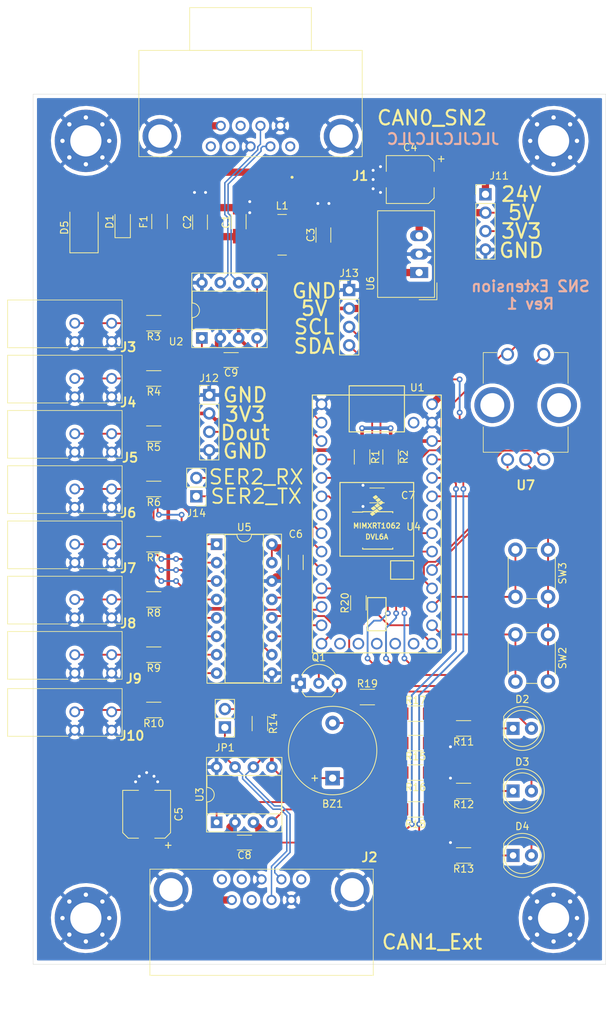
<source format=kicad_pcb>
(kicad_pcb (version 20171130) (host pcbnew "(5.1.9)-1")
  (layers (0 F.Cu mixed) (31 B.Cu mixed hide) (34 B.Paste user) (35 F.Paste user) (36 B.SilkS user) (37 F.SilkS user) (38 B.Mask user) (39 F.Mask user) (44 Edge.Cuts user))
  (net 0 "")
  (net 1 "Net-(C1-Pad1)")
  (net 2 GND)
  (net 3 "Net-(C3-Pad1)")
  (net 4 +24V)
  (net 5 SN_CAN2_RX)
  (net 6 SN_CAN2_TX)
  (net 7 LED1)
  (net 8 LED2)
  (net 9 LED3)
  (net 10 ROTENC_SW)
  (net 11 RGBLED_DATAOUT)
  (net 12 SERIAL2_RX)
  (net 13 SERIAL2_TX)
  (net 14 BUZZER)
  (net 15 ADC_CS_SPI)
  (net 16 ADC_MOSI_SPI)
  (net 17 "Net-(U1-Pad34)")
  (net 18 +5V)
  (net 19 +3V3)
  (net 20 Mod_CAN1_RX)
  (net 21 Mod_CAN1_TX)
  (net 22 "Net-(U1-Pad27)")
  (net 23 FRAM_SCL)
  (net 24 FRAM_SDA)
  (net 25 BUTTON2)
  (net 26 BUTTON1)
  (net 27 ROTENC_B)
  (net 28 ROTENC_A)
  (net 29 ADC_MISO_SPI)
  (net 30 "Net-(U1-Pad15)")
  (net 31 "Net-(U1-Pad16)")
  (net 32 ADC_SCK_SPI)
  (net 33 "Net-(U1-Pad19)")
  (net 34 "Net-(U1-Pad18)")
  (net 35 "Net-(U1-Pad17)")
  (net 36 "Net-(D2-Pad1)")
  (net 37 "Net-(D3-Pad1)")
  (net 38 "Net-(D4-Pad1)")
  (net 39 "Net-(J1-Pad8)")
  (net 40 "Net-(J1-Pad5)")
  (net 41 "Net-(J1-Pad4)")
  (net 42 "Net-(J1-Pad1)")
  (net 43 "Net-(J2-Pad8)")
  (net 44 "Net-(J2-Pad5)")
  (net 45 "Net-(J2-Pad4)")
  (net 46 "Net-(J2-Pad1)")
  (net 47 "Net-(U4-Pad1)")
  (net 48 "Net-(U4-Pad2)")
  (net 49 "Net-(U4-Pad3)")
  (net 50 "Net-(U4-Pad7)")
  (net 51 "Net-(JP1-Pad2)")
  (net 52 "Net-(J3-Pad1)")
  (net 53 "Net-(J4-Pad1)")
  (net 54 "Net-(J5-Pad1)")
  (net 55 "Net-(J6-Pad1)")
  (net 56 "Net-(J7-Pad1)")
  (net 57 "Net-(J8-Pad1)")
  (net 58 "Net-(J9-Pad1)")
  (net 59 "Net-(J10-Pad1)")
  (net 60 "Net-(U7-PadMH2)")
  (net 61 "Net-(U7-PadMH1)")
  (net 62 /SN_CAN_P)
  (net 63 /SN_CAN_N)
  (net 64 /Mod_CAN_P)
  (net 65 /Mod_CAN_N)
  (net 66 "Net-(U1-Pad7)")
  (net 67 "Net-(D1-Pad1)")
  (net 68 "Net-(BZ1-Pad2)")
  (net 69 "Net-(Q1-Pad2)")
  (net 70 "Net-(R15-Pad2)")
  (net 71 "Net-(R15-Pad1)")
  (net 72 "Net-(R16-Pad2)")
  (net 73 "Net-(R17-Pad1)")
  (net 74 "Net-(C5-Pad1)")
  (module Capacitors_SMD:CP_Elec_6.3x7.7 (layer F.Cu) (at 41.656 136.304 90)
    (fp_text reference C5 (at 0 4.43 90) (layer F.SilkS))
    (fp_text value 100uF)
    (fp_text user + (at -4.28 2.91 90) (layer F.SilkS))
    (pad 1 smd rect (at -2.7 0 270) (size 3.5 1.6) (layers F.Cu F.Paste F.Mask) (net 74 "Net-(C5-Pad1)"))
    (pad 2 smd rect (at 2.7 0 270) (size 3.5 1.6) (layers F.Cu F.Paste F.Mask) (net 2 GND))
  )
  (module SamacSys_Parts:TBL00925402GY2GY (layer F.Cu) (at 31.75 122.174 270)
    (fp_text reference J10 (at 3.302 -7.874 180) (layer F.SilkS) (effects (font (size 1.27 1.27) (thickness 0.254))))
    (fp_text value TBL009-254-02GY-2GY hide)
    (pad 4 thru_hole circle (at 2.54 -5.08 270) (size 1.5 1.5) (drill 1) (layers *.Cu *.Mask) (net 2 GND))
    (pad 3 thru_hole circle (at 2.54 0 270) (size 1.5 1.5) (drill 1) (layers *.Cu *.Mask) (net 2 GND))
    (pad 2 thru_hole circle (at 0 -5.08 270) (size 1.5 1.5) (drill 1) (layers *.Cu *.Mask) (net 59 "Net-(J10-Pad1)"))
    (pad 1 thru_hole circle (at 0 0 270) (size 1.5 1.5) (drill 1) (layers *.Cu *.Mask) (net 59 "Net-(J10-Pad1)"))
  )
  (module SamacSys_Parts:TBL00925402GY2GY (layer F.Cu) (at 31.75 68.58 270)
    (fp_text reference J3 (at 3.302 -7.366 180) (layer F.SilkS) (effects (font (size 1.27 1.27) (thickness 0.254))))
    (fp_text value TBL009-254-02GY-2GY hide)
    (pad 4 thru_hole circle (at 2.54 -5.08 270) (size 1.5 1.5) (drill 1) (layers *.Cu *.Mask) (net 2 GND))
    (pad 3 thru_hole circle (at 2.54 0 270) (size 1.5 1.5) (drill 1) (layers *.Cu *.Mask) (net 2 GND))
    (pad 2 thru_hole circle (at 0 -5.08 270) (size 1.5 1.5) (drill 1) (layers *.Cu *.Mask) (net 52 "Net-(J3-Pad1)"))
    (pad 1 thru_hole circle (at 0 0 270) (size 1.5 1.5) (drill 1) (layers *.Cu *.Mask) (net 52 "Net-(J3-Pad1)"))
  )
  (module SamacSys_Parts:TBL00925402GY2GY (layer F.Cu) (at 31.75 91.44 270)
    (fp_text reference J6 (at 3.302 -7.366 180) (layer F.SilkS) (effects (font (size 1.27 1.27) (thickness 0.254))))
    (fp_text value TBL009-254-02GY-2GY hide)
    (pad 4 thru_hole circle (at 2.54 -5.08 270) (size 1.5 1.5) (drill 1) (layers *.Cu *.Mask) (net 2 GND))
    (pad 3 thru_hole circle (at 2.54 0 270) (size 1.5 1.5) (drill 1) (layers *.Cu *.Mask) (net 2 GND))
    (pad 2 thru_hole circle (at 0 -5.08 270) (size 1.5 1.5) (drill 1) (layers *.Cu *.Mask) (net 55 "Net-(J6-Pad1)"))
    (pad 1 thru_hole circle (at 0 0 270) (size 1.5 1.5) (drill 1) (layers *.Cu *.Mask) (net 55 "Net-(J6-Pad1)"))
  )
  (module SamacSys_Parts:TBL00925402GY2GY (layer F.Cu) (at 31.75 83.82 270)
    (fp_text reference J5 (at 3.302 -7.62 180) (layer F.SilkS) (effects (font (size 1.27 1.27) (thickness 0.254))))
    (fp_text value TBL009-254-02GY-2GY hide)
    (pad 4 thru_hole circle (at 2.54 -5.08 270) (size 1.5 1.5) (drill 1) (layers *.Cu *.Mask) (net 2 GND))
    (pad 3 thru_hole circle (at 2.54 0 270) (size 1.5 1.5) (drill 1) (layers *.Cu *.Mask) (net 2 GND))
    (pad 2 thru_hole circle (at 0 -5.08 270) (size 1.5 1.5) (drill 1) (layers *.Cu *.Mask) (net 54 "Net-(J5-Pad1)"))
    (pad 1 thru_hole circle (at 0 0 270) (size 1.5 1.5) (drill 1) (layers *.Cu *.Mask) (net 54 "Net-(J5-Pad1)"))
  )
  (module TeensyFootprints:Teensy40_THT (layer F.Cu) (at 73.406 96.266 270)
    (fp_text reference U1 (at -18.796 -5.588 180) (layer F.SilkS))
    (fp_text value Teensy4.0)
    (fp_text user DVL6A (at 1.778 0) (layer F.SilkS) (effects (font (size 0.7 0.7))))
    (fp_text user MIMXRT1062 (at 0.254 0) (layer F.SilkS) (effects (font (size 0.7 0.7))))
    (pad 1 thru_hole circle (at -16.51 7.62 270) (size 1.6 1.6) (drill 1.1) (layers *.Cu *.Mask) (net 2 GND))
    (pad 2 thru_hole circle (at -13.97 7.62 270) (size 1.6 1.6) (drill 1.1) (layers *.Cu *.Mask) (net 5 SN_CAN2_RX))
    (pad 3 thru_hole circle (at -11.43 7.62 270) (size 1.6 1.6) (drill 1.1) (layers *.Cu *.Mask) (net 6 SN_CAN2_TX))
    (pad 4 thru_hole circle (at -8.89 7.62 270) (size 1.6 1.6) (drill 1.1) (layers *.Cu *.Mask) (net 7 LED1))
    (pad 5 thru_hole circle (at -6.35 7.62 270) (size 1.6 1.6) (drill 1.1) (layers *.Cu *.Mask) (net 8 LED2))
    (pad 6 thru_hole circle (at -3.81 7.62 270) (size 1.6 1.6) (drill 1.1) (layers *.Cu *.Mask) (net 9 LED3))
    (pad 7 thru_hole circle (at -1.27 7.62 270) (size 1.6 1.6) (drill 1.1) (layers *.Cu *.Mask) (net 66 "Net-(U1-Pad7)"))
    (pad 8 thru_hole circle (at 1.27 7.62 270) (size 1.6 1.6) (drill 1.1) (layers *.Cu *.Mask) (net 11 RGBLED_DATAOUT))
    (pad 9 thru_hole circle (at 3.81 7.62 270) (size 1.6 1.6) (drill 1.1) (layers *.Cu *.Mask) (net 12 SERIAL2_RX))
    (pad 10 thru_hole circle (at 6.35 7.62 270) (size 1.6 1.6) (drill 1.1) (layers *.Cu *.Mask) (net 13 SERIAL2_TX))
    (pad 11 thru_hole circle (at 8.89 7.62 270) (size 1.6 1.6) (drill 1.1) (layers *.Cu *.Mask) (net 14 BUZZER))
    (pad 12 thru_hole circle (at 11.43 7.62 270) (size 1.6 1.6) (drill 1.1) (layers *.Cu *.Mask) (net 15 ADC_CS_SPI))
    (pad 13 thru_hole circle (at 13.97 7.62 270) (size 1.6 1.6) (drill 1.1) (layers *.Cu *.Mask) (net 16 ADC_MOSI_SPI))
    (pad 34 thru_hole circle (at -13.97 -5.08 270) (size 1.6 1.6) (drill 1.1) (layers *.Cu *.Mask) (net 17 "Net-(U1-Pad34)"))
    (pad 33 thru_hole circle (at -16.51 -7.62 270) (size 1.6 1.6) (drill 1.1) (layers *.Cu *.Mask) (net 18 +5V))
    (pad 32 thru_hole circle (at -13.97 -7.62 270) (size 1.6 1.6) (drill 1.1) (layers *.Cu *.Mask) (net 2 GND))
    (pad 31 thru_hole circle (at -11.43 -7.62 270) (size 1.6 1.6) (drill 1.1) (layers *.Cu *.Mask) (net 19 +3V3))
    (pad 30 thru_hole circle (at -8.89 -7.62 270) (size 1.6 1.6) (drill 1.1) (layers *.Cu *.Mask) (net 20 Mod_CAN1_RX))
    (pad 29 thru_hole circle (at -6.35 -7.62 270) (size 1.6 1.6) (drill 1.1) (layers *.Cu *.Mask) (net 21 Mod_CAN1_TX))
    (pad 28 thru_hole circle (at -3.81 -7.62 270) (size 1.6 1.6) (drill 1.1) (layers *.Cu *.Mask) (net 10 ROTENC_SW))
    (pad 27 thru_hole circle (at -1.27 -7.62 270) (size 1.6 1.6) (drill 1.1) (layers *.Cu *.Mask) (net 22 "Net-(U1-Pad27)"))
    (pad 26 thru_hole circle (at 1.27 -7.62 270) (size 1.6 1.6) (drill 1.1) (layers *.Cu *.Mask) (net 23 FRAM_SCL))
    (pad 25 thru_hole circle (at 3.81 -7.62 270) (size 1.6 1.6) (drill 1.1) (layers *.Cu *.Mask) (net 24 FRAM_SDA))
    (pad 24 thru_hole circle (at 6.35 -7.62 270) (size 1.6 1.6) (drill 1.1) (layers *.Cu *.Mask) (net 28 ROTENC_A))
    (pad 23 thru_hole circle (at 8.89 -7.62 270) (size 1.6 1.6) (drill 1.1) (layers *.Cu *.Mask) (net 27 ROTENC_B))
    (pad 22 thru_hole circle (at 11.43 -7.62 270) (size 1.6 1.6) (drill 1.1) (layers *.Cu *.Mask) (net 25 BUTTON2))
    (pad 21 thru_hole circle (at 13.97 -7.62 270) (size 1.6 1.6) (drill 1.1) (layers *.Cu *.Mask) (net 26 BUTTON1))
    (pad 14 thru_hole circle (at 16.51 7.62 270) (size 1.6 1.6) (drill 1.1) (layers *.Cu *.Mask) (net 29 ADC_MISO_SPI))
    (pad 15 thru_hole circle (at 16.51 5.08 270) (size 1.6 1.6) (drill 1.1) (layers *.Cu *.Mask) (net 30 "Net-(U1-Pad15)"))
    (pad 16 thru_hole circle (at 16.51 2.54 270) (size 1.6 1.6) (drill 1.1) (layers *.Cu *.Mask) (net 31 "Net-(U1-Pad16)"))
    (pad 20 thru_hole circle (at 16.51 -7.62 270) (size 1.6 1.6) (drill 1.1) (layers *.Cu *.Mask) (net 32 ADC_SCK_SPI))
    (pad 19 thru_hole circle (at 16.51 -5.08 270) (size 1.6 1.6) (drill 1.1) (layers *.Cu *.Mask) (net 33 "Net-(U1-Pad19)"))
    (pad 18 thru_hole circle (at 16.51 -2.54 270) (size 1.6 1.6) (drill 1.1) (layers *.Cu *.Mask) (net 34 "Net-(U1-Pad18)"))
    (pad 17 thru_hole circle (at 16.51 0 270) (size 1.6 1.6) (drill 1.1) (layers *.Cu *.Mask) (net 35 "Net-(U1-Pad17)"))
  )
  (module Resistors_SMD:R_1206_HandSoldering (layer F.Cu) (at 70.866 107.156 90)
    (fp_text reference R20 (at 0 -1.85 90) (layer F.SilkS))
    (fp_text value 68k)
    (pad 1 smd rect (at -2 0 90) (size 2 1.7) (layers F.Cu F.Paste F.Mask) (net 69 "Net-(Q1-Pad2)"))
    (pad 2 smd rect (at 2 0 90) (size 2 1.7) (layers F.Cu F.Paste F.Mask) (net 14 BUZZER))
  )
  (module Fiducials:Fiducial_0.5mm_Dia_1mm_Outer (layer F.Cu) (at 103 155)
    (fp_text reference FID3 hide)
    (fp_text value Fiducial hide)
    (pad ~ smd circle (at 0 0) (size 0.5 0.5) (layers F.Cu F.Mask) (clearance 0.25))
  )
  (module Fiducials:Fiducial_0.5mm_Dia_1mm_Outer (layer F.Cu) (at 27.94 155)
    (fp_text reference FID2 hide)
    (fp_text value Fiducial hide)
    (pad ~ smd circle (at 0 0) (size 0.5 0.5) (layers F.Cu F.Mask) (clearance 0.25))
  )
  (module Fiducials:Fiducial_0.5mm_Dia_1mm_Outer (layer F.Cu) (at 28 39)
    (fp_text reference FID1 hide)
    (fp_text value Fiducial hide)
    (pad ~ smd circle (at 0 0) (size 0.5 0.5) (layers F.Cu F.Mask) (clearance 0.25))
  )
  (module SamacSys_Parts:D09S23A4GV00LF (layer F.Cu) (at 62.992 145.288)
    (fp_text reference J2 (at 9.398 -3.048) (layer F.SilkS) (effects (font (size 1.27 1.27) (thickness 0.254))))
    (fp_text value DB9_Female_MountingHoles hide)
    (pad 0 thru_hole circle (at -17.975 1.42) (size 4.8 4.8) (drill 3.2) (layers *.Cu *.Mask) (net 2 GND))
    (pad 0 thru_hole circle (at 7.015 1.42) (size 4.8 4.8) (drill 3.2) (layers *.Cu *.Mask) (net 2 GND))
    (pad 9 thru_hole circle (at -9.59 2.84) (size 1.4 1.4) (drill 0.9) (layers *.Cu *.Mask) (net 74 "Net-(C5-Pad1)"))
    (pad 8 thru_hole circle (at -6.85 2.84) (size 1.4 1.4) (drill 0.9) (layers *.Cu *.Mask) (net 43 "Net-(J2-Pad8)"))
    (pad 7 thru_hole circle (at -4.11 2.84) (size 1.4 1.4) (drill 0.9) (layers *.Cu *.Mask) (net 64 /Mod_CAN_P))
    (pad 6 thru_hole circle (at -1.37 2.84) (size 1.4 1.4) (drill 0.9) (layers *.Cu *.Mask) (net 2 GND))
    (pad 5 thru_hole circle (at -10.96 0) (size 1.4 1.4) (drill 0.9) (layers *.Cu *.Mask) (net 44 "Net-(J2-Pad5)"))
    (pad 4 thru_hole circle (at -8.22 0) (size 1.4 1.4) (drill 0.9) (layers *.Cu *.Mask) (net 45 "Net-(J2-Pad4)"))
    (pad 3 thru_hole circle (at -5.48 0) (size 1.4 1.4) (drill 0.9) (layers *.Cu *.Mask) (net 2 GND))
    (pad 2 thru_hole circle (at -2.74 0) (size 1.4 1.4) (drill 0.9) (layers *.Cu *.Mask) (net 65 /Mod_CAN_N))
    (pad 1 thru_hole circle (at 0 0) (size 1.4 1.4) (drill 0.9) (layers *.Cu *.Mask) (net 46 "Net-(J2-Pad1)"))
  )
  (module SamacSys_Parts:EN11HSM1AF15 (layer F.Cu) (at 91.44 87.376)
    (fp_text reference U7 (at 2.5 3.556) (layer F.SilkS) (effects (font (size 1.27 1.27) (thickness 0.254))))
    (fp_text value EN11-HSM1AF15 hide)
    (pad MH2 thru_hole circle (at 7.1 -7.5) (size 4.952 4.952) (drill 3.3015) (layers *.Cu *.Mask) (net 60 "Net-(U7-PadMH2)"))
    (pad MH1 thru_hole circle (at -2.1 -7.5) (size 4.952 4.952) (drill 3.3015) (layers *.Cu *.Mask) (net 61 "Net-(U7-PadMH1)"))
    (pad E1 thru_hole circle (at 5 -14.5) (size 1.8 1.8) (drill 1.2) (layers *.Cu *.Mask) (net 10 ROTENC_SW))
    (pad D1 thru_hole circle (at 0 -14.5) (size 1.8 1.8) (drill 1.2) (layers *.Cu *.Mask) (net 19 +3V3))
    (pad C1 thru_hole circle (at 2.5 0) (size 1.8 1.8) (drill 1.2) (layers *.Cu *.Mask) (net 19 +3V3))
    (pad B1 thru_hole circle (at 5 0) (size 1.8 1.8) (drill 1.2) (layers *.Cu *.Mask) (net 27 ROTENC_B))
    (pad A1 thru_hole circle (at 0 0) (size 1.8 1.8) (drill 1.2) (layers *.Cu *.Mask) (net 28 ROTENC_A))
  )
  (module Socket_Strips:Socket_Strip_Straight_1x04_Pitch2.54mm (layer F.Cu) (at 88.392 50.8)
    (fp_text reference J11 (at 1.905 -2.54) (layer F.SilkS))
    (fp_text value Conn_01x04)
    (pad 1 thru_hole rect (at 0 0) (size 1.7 1.7) (drill 1) (layers *.Cu *.Mask) (net 4 +24V))
    (pad 2 thru_hole oval (at 0 2.54) (size 1.7 1.7) (drill 1) (layers *.Cu *.Mask) (net 18 +5V))
    (pad 3 thru_hole oval (at 0 5.08) (size 1.7 1.7) (drill 1) (layers *.Cu *.Mask) (net 19 +3V3))
    (pad 4 thru_hole oval (at 0 7.62) (size 1.7 1.7) (drill 1) (layers *.Cu *.Mask) (net 2 GND))
  )
  (module SamacSys_Parts:D09P23A4GV00LF (layer F.Cu) (at 61.468 44.196 180)
    (fp_text reference J1 (at -9.652 -4.064) (layer F.SilkS) (effects (font (size 1.27 1.27) (thickness 0.254))))
    (fp_text value DB9_Male_MountingHoles hide)
    (pad 0 thru_hole circle (at 17.975 1.42 180) (size 4.8 4.8) (drill 3.2) (layers *.Cu *.Mask) (net 2 GND))
    (pad 0 thru_hole circle (at -7.015 1.42 180) (size 4.8 4.8) (drill 3.2) (layers *.Cu *.Mask) (net 2 GND))
    (pad 9 thru_hole circle (at 9.59 2.84 180) (size 1.4 1.4) (drill 0.9) (layers *.Cu *.Mask) (net 4 +24V))
    (pad 8 thru_hole circle (at 6.85 2.84 180) (size 1.4 1.4) (drill 0.9) (layers *.Cu *.Mask) (net 39 "Net-(J1-Pad8)"))
    (pad 7 thru_hole circle (at 4.11 2.84 180) (size 1.4 1.4) (drill 0.9) (layers *.Cu *.Mask) (net 62 /SN_CAN_P))
    (pad 6 thru_hole circle (at 1.37 2.84 180) (size 1.4 1.4) (drill 0.9) (layers *.Cu *.Mask) (net 2 GND))
    (pad 5 thru_hole circle (at 10.96 0 180) (size 1.4 1.4) (drill 0.9) (layers *.Cu *.Mask) (net 40 "Net-(J1-Pad5)"))
    (pad 4 thru_hole circle (at 8.22 0 180) (size 1.4 1.4) (drill 0.9) (layers *.Cu *.Mask) (net 41 "Net-(J1-Pad4)"))
    (pad 3 thru_hole circle (at 5.48 0 180) (size 1.4 1.4) (drill 0.9) (layers *.Cu *.Mask) (net 2 GND))
    (pad 2 thru_hole circle (at 2.74 0 180) (size 1.4 1.4) (drill 0.9) (layers *.Cu *.Mask) (net 63 /SN_CAN_N))
    (pad 1 thru_hole circle (at 0 0 180) (size 1.4 1.4) (drill 0.9) (layers *.Cu *.Mask) (net 42 "Net-(J1-Pad1)"))
  )
  (module Inductors_SMD:L_TracoPower_TCK-047_5.2x5.8mm (layer F.Cu) (at 60.345 56.388)
    (fp_text reference L1 (at 0 -4) (layer F.SilkS))
    (fp_text value 10uH)
    (pad 2 smd rect (at 1.925 0 90) (size 5.5 2.15) (layers F.Cu F.Paste F.Mask) (net 3 "Net-(C3-Pad1)"))
    (pad 1 smd rect (at -1.925 0 90) (size 5.5 2.15) (layers F.Cu F.Paste F.Mask) (net 1 "Net-(C1-Pad1)"))
  )
  (module Resistors_SMD:R_1206_HandSoldering (layer F.Cu) (at 85.376 141.986 180)
    (fp_text reference R13 (at 0 -1.85) (layer F.SilkS))
    (fp_text value 200R)
    (pad 1 smd rect (at -2 0 180) (size 2 1.7) (layers F.Cu F.Paste F.Mask) (net 38 "Net-(D4-Pad1)"))
    (pad 2 smd rect (at 2 0 180) (size 2 1.7) (layers F.Cu F.Paste F.Mask) (net 2 GND))
  )
  (module Resistors_SMD:R_1206_HandSoldering (layer F.Cu) (at 85.376 133.096 180)
    (fp_text reference R12 (at 0 -1.85) (layer F.SilkS))
    (fp_text value 200R)
    (pad 1 smd rect (at -2 0 180) (size 2 1.7) (layers F.Cu F.Paste F.Mask) (net 37 "Net-(D3-Pad1)"))
    (pad 2 smd rect (at 2 0 180) (size 2 1.7) (layers F.Cu F.Paste F.Mask) (net 2 GND))
  )
  (module Resistors_SMD:R_1206_HandSoldering (layer F.Cu) (at 85.376 124.46 180)
    (fp_text reference R11 (at 0 -1.85) (layer F.SilkS))
    (fp_text value 200R)
    (pad 1 smd rect (at -2 0 180) (size 2 1.7) (layers F.Cu F.Paste F.Mask) (net 36 "Net-(D2-Pad1)"))
    (pad 2 smd rect (at 2 0 180) (size 2 1.7) (layers F.Cu F.Paste F.Mask) (net 2 GND))
  )
  (module Resistors_SMD:R_1206_HandSoldering (layer F.Cu) (at 42.64 121.92 180)
    (fp_text reference R10 (at 0 -1.85) (layer F.SilkS))
    (fp_text value Res)
    (pad 1 smd rect (at -2 0 180) (size 2 1.7) (layers F.Cu F.Paste F.Mask) (net 19 +3V3))
    (pad 2 smd rect (at 2 0 180) (size 2 1.7) (layers F.Cu F.Paste F.Mask) (net 59 "Net-(J10-Pad1)"))
  )
  (module Resistors_SMD:R_1206_HandSoldering (layer F.Cu) (at 42.64 114.3 180)
    (fp_text reference R9 (at 0 -1.85) (layer F.SilkS))
    (fp_text value Res)
    (pad 1 smd rect (at -2 0 180) (size 2 1.7) (layers F.Cu F.Paste F.Mask) (net 19 +3V3))
    (pad 2 smd rect (at 2 0 180) (size 2 1.7) (layers F.Cu F.Paste F.Mask) (net 58 "Net-(J9-Pad1)"))
  )
  (module Resistors_SMD:R_1206_HandSoldering (layer F.Cu) (at 42.64 106.68 180)
    (fp_text reference R8 (at 0 -1.85) (layer F.SilkS))
    (fp_text value 27k)
    (pad 1 smd rect (at -2 0 180) (size 2 1.7) (layers F.Cu F.Paste F.Mask) (net 19 +3V3))
    (pad 2 smd rect (at 2 0 180) (size 2 1.7) (layers F.Cu F.Paste F.Mask) (net 57 "Net-(J8-Pad1)"))
  )
  (module Resistors_SMD:R_1206_HandSoldering (layer F.Cu) (at 42.64 99.06 180)
    (fp_text reference R7 (at 0 -1.85) (layer F.SilkS))
    (fp_text value 27k)
    (pad 1 smd rect (at -2 0 180) (size 2 1.7) (layers F.Cu F.Paste F.Mask) (net 19 +3V3))
    (pad 2 smd rect (at 2 0 180) (size 2 1.7) (layers F.Cu F.Paste F.Mask) (net 56 "Net-(J7-Pad1)"))
  )
  (module Resistors_SMD:R_1206_HandSoldering (layer F.Cu) (at 42.64 91.44 180)
    (fp_text reference R6 (at 0 -1.85) (layer F.SilkS))
    (fp_text value 27k)
    (pad 1 smd rect (at -2 0 180) (size 2 1.7) (layers F.Cu F.Paste F.Mask) (net 19 +3V3))
    (pad 2 smd rect (at 2 0 180) (size 2 1.7) (layers F.Cu F.Paste F.Mask) (net 55 "Net-(J6-Pad1)"))
  )
  (module Resistors_SMD:R_1206_HandSoldering (layer F.Cu) (at 42.64 83.82 180)
    (fp_text reference R5 (at 0 -1.85) (layer F.SilkS))
    (fp_text value 27k)
    (pad 1 smd rect (at -2 0 180) (size 2 1.7) (layers F.Cu F.Paste F.Mask) (net 19 +3V3))
    (pad 2 smd rect (at 2 0 180) (size 2 1.7) (layers F.Cu F.Paste F.Mask) (net 54 "Net-(J5-Pad1)"))
  )
  (module Resistors_SMD:R_1206_HandSoldering (layer F.Cu) (at 42.64 76.2 180)
    (fp_text reference R4 (at 0 -1.85) (layer F.SilkS))
    (fp_text value 27k)
    (pad 1 smd rect (at -2 0 180) (size 2 1.7) (layers F.Cu F.Paste F.Mask) (net 19 +3V3))
    (pad 2 smd rect (at 2 0 180) (size 2 1.7) (layers F.Cu F.Paste F.Mask) (net 53 "Net-(J4-Pad1)"))
  )
  (module Resistors_SMD:R_1206_HandSoldering (layer F.Cu) (at 42.64 68.58 180)
    (fp_text reference R3 (at 0 -1.85) (layer F.SilkS))
    (fp_text value 27k)
    (pad 1 smd rect (at -2 0 180) (size 2 1.7) (layers F.Cu F.Paste F.Mask) (net 19 +3V3))
    (pad 2 smd rect (at 2 0 180) (size 2 1.7) (layers F.Cu F.Paste F.Mask) (net 52 "Net-(J3-Pad1)"))
  )
  (module Resistors_SMD:R_1206_HandSoldering (layer F.Cu) (at 75.311 87.027 270)
    (fp_text reference R2 (at 0 -1.85 90) (layer F.SilkS))
    (fp_text value 4k7)
    (pad 1 smd rect (at -2 0 270) (size 2 1.7) (layers F.Cu F.Paste F.Mask) (net 19 +3V3))
    (pad 2 smd rect (at 2 0 270) (size 2 1.7) (layers F.Cu F.Paste F.Mask) (net 23 FRAM_SCL))
  )
  (module Resistors_SMD:R_1206_HandSoldering (layer F.Cu) (at 71.374 87.027 270)
    (fp_text reference R1 (at 0 -1.85 90) (layer F.SilkS))
    (fp_text value 4k7)
    (pad 1 smd rect (at -2 0 270) (size 2 1.7) (layers F.Cu F.Paste F.Mask) (net 19 +3V3))
    (pad 2 smd rect (at 2 0 270) (size 2 1.7) (layers F.Cu F.Paste F.Mask) (net 24 FRAM_SDA))
  )
  (module SamacSys_Parts:TBL00925402GY2GY (layer F.Cu) (at 31.75 106.68 270)
    (fp_text reference J8 (at 3.302 -7.366 180) (layer F.SilkS) (effects (font (size 1.27 1.27) (thickness 0.254))))
    (fp_text value TBL009-254-02GY-2GY hide)
    (pad 4 thru_hole circle (at 2.54 -5.08 270) (size 1.5 1.5) (drill 1) (layers *.Cu *.Mask) (net 2 GND))
    (pad 3 thru_hole circle (at 2.54 0 270) (size 1.5 1.5) (drill 1) (layers *.Cu *.Mask) (net 2 GND))
    (pad 2 thru_hole circle (at 0 -5.08 270) (size 1.5 1.5) (drill 1) (layers *.Cu *.Mask) (net 57 "Net-(J8-Pad1)"))
    (pad 1 thru_hole circle (at 0 0 270) (size 1.5 1.5) (drill 1) (layers *.Cu *.Mask) (net 57 "Net-(J8-Pad1)"))
  )
  (module SamacSys_Parts:TBL00925402GY2GY (layer F.Cu) (at 31.75 114.3 270)
    (fp_text reference J9 (at 3.302 -8.128 180) (layer F.SilkS) (effects (font (size 1.27 1.27) (thickness 0.254))))
    (fp_text value TBL009-254-02GY-2GY hide)
    (pad 4 thru_hole circle (at 2.54 -5.08 270) (size 1.5 1.5) (drill 1) (layers *.Cu *.Mask) (net 2 GND))
    (pad 3 thru_hole circle (at 2.54 0 270) (size 1.5 1.5) (drill 1) (layers *.Cu *.Mask) (net 2 GND))
    (pad 2 thru_hole circle (at 0 -5.08 270) (size 1.5 1.5) (drill 1) (layers *.Cu *.Mask) (net 58 "Net-(J9-Pad1)"))
    (pad 1 thru_hole circle (at 0 0 270) (size 1.5 1.5) (drill 1) (layers *.Cu *.Mask) (net 58 "Net-(J9-Pad1)"))
  )
  (module SamacSys_Parts:TBL00925402GY2GY (layer F.Cu) (at 31.75 76.2 270)
    (fp_text reference J4 (at 3.302 -7.366 180) (layer F.SilkS) (effects (font (size 1.27 1.27) (thickness 0.254))))
    (fp_text value TBL009-254-02GY-2GY hide)
    (pad 4 thru_hole circle (at 2.54 -5.08 270) (size 1.5 1.5) (drill 1) (layers *.Cu *.Mask) (net 2 GND))
    (pad 3 thru_hole circle (at 2.54 0 270) (size 1.5 1.5) (drill 1) (layers *.Cu *.Mask) (net 2 GND))
    (pad 2 thru_hole circle (at 0 -5.08 270) (size 1.5 1.5) (drill 1) (layers *.Cu *.Mask) (net 53 "Net-(J4-Pad1)"))
    (pad 1 thru_hole circle (at 0 0 270) (size 1.5 1.5) (drill 1) (layers *.Cu *.Mask) (net 53 "Net-(J4-Pad1)"))
  )
  (module SamacSys_Parts:TBL00925402GY2GY (layer F.Cu) (at 31.75 99.06 270)
    (fp_text reference J7 (at 3.302 -7.366 180) (layer F.SilkS) (effects (font (size 1.27 1.27) (thickness 0.254))))
    (fp_text value TBL009-254-02GY-2GY hide)
    (pad 4 thru_hole circle (at 2.54 -5.08 270) (size 1.5 1.5) (drill 1) (layers *.Cu *.Mask) (net 2 GND))
    (pad 3 thru_hole circle (at 2.54 0 270) (size 1.5 1.5) (drill 1) (layers *.Cu *.Mask) (net 2 GND))
    (pad 2 thru_hole circle (at 0 -5.08 270) (size 1.5 1.5) (drill 1) (layers *.Cu *.Mask) (net 56 "Net-(J7-Pad1)"))
    (pad 1 thru_hole circle (at 0 0 270) (size 1.5 1.5) (drill 1) (layers *.Cu *.Mask) (net 56 "Net-(J7-Pad1)"))
  )
  (module Resistors_SMD:R_1206_HandSoldering (layer F.Cu) (at 57.277 123.793 270)
    (fp_text reference R14 (at 0 -1.85 90) (layer F.SilkS))
    (fp_text value 120R)
    (pad 1 smd rect (at -2 0 270) (size 2 1.7) (layers F.Cu F.Paste F.Mask) (net 51 "Net-(JP1-Pad2)"))
    (pad 2 smd rect (at 2 0 270) (size 2 1.7) (layers F.Cu F.Paste F.Mask) (net 65 /Mod_CAN_N))
  )
  (module Pin_Headers:Pin_Header_Straight_1x02_Pitch2.54mm (layer F.Cu) (at 52.451 124.333 180)
    (fp_text reference JP1 (at 0 -2.794) (layer F.SilkS))
    (fp_text value Jumper_NC_Small)
    (pad 1 thru_hole rect (at 0 0 180) (size 1.7 1.7) (drill 1) (layers *.Cu *.Mask) (net 64 /Mod_CAN_P))
    (pad 2 thru_hole oval (at 0 2.54 180) (size 1.7 1.7) (drill 1) (layers *.Cu *.Mask) (net 51 "Net-(JP1-Pad2)"))
  )
  (module Housings_SOIC:SOIC-8_3.9x4.9mm_Pitch1.27mm (layer F.Cu) (at 73.533 97.155)
    (fp_text reference U4 (at 4.953 -0.508) (layer F.SilkS))
    (fp_text value FM24C64B)
    (pad 1 smd rect (at -2.7 -1.905) (size 1.55 0.6) (layers F.Cu F.Paste F.Mask) (net 47 "Net-(U4-Pad1)"))
    (pad 2 smd rect (at -2.7 -0.635) (size 1.55 0.6) (layers F.Cu F.Paste F.Mask) (net 48 "Net-(U4-Pad2)"))
    (pad 3 smd rect (at -2.7 0.635) (size 1.55 0.6) (layers F.Cu F.Paste F.Mask) (net 49 "Net-(U4-Pad3)"))
    (pad 4 smd rect (at -2.7 1.905) (size 1.55 0.6) (layers F.Cu F.Paste F.Mask) (net 2 GND))
    (pad 5 smd rect (at 2.7 1.905) (size 1.55 0.6) (layers F.Cu F.Paste F.Mask) (net 24 FRAM_SDA))
    (pad 6 smd rect (at 2.7 0.635) (size 1.55 0.6) (layers F.Cu F.Paste F.Mask) (net 23 FRAM_SCL))
    (pad 7 smd rect (at 2.7 -0.635) (size 1.55 0.6) (layers F.Cu F.Paste F.Mask) (net 50 "Net-(U4-Pad7)"))
    (pad 8 smd rect (at 2.7 -1.905) (size 1.55 0.6) (layers F.Cu F.Paste F.Mask) (net 18 +5V))
  )
  (module Housings_DIP:DIP-8_W7.62mm_Socket (layer F.Cu) (at 51.308 137.414 90)
    (fp_text reference U3 (at 3.81 -2.33 90) (layer F.SilkS))
    (fp_text value MCP2562-E-P)
    (pad 1 thru_hole rect (at 0 0 90) (size 1.6 1.6) (drill 0.8) (layers *.Cu *.Mask) (net 21 Mod_CAN1_TX))
    (pad 5 thru_hole oval (at 7.62 7.62 90) (size 1.6 1.6) (drill 0.8) (layers *.Cu *.Mask) (net 19 +3V3))
    (pad 2 thru_hole oval (at 0 2.54 90) (size 1.6 1.6) (drill 0.8) (layers *.Cu *.Mask) (net 2 GND))
    (pad 6 thru_hole oval (at 7.62 5.08 90) (size 1.6 1.6) (drill 0.8) (layers *.Cu *.Mask) (net 65 /Mod_CAN_N))
    (pad 3 thru_hole oval (at 0 5.08 90) (size 1.6 1.6) (drill 0.8) (layers *.Cu *.Mask) (net 18 +5V))
    (pad 7 thru_hole oval (at 7.62 2.54 90) (size 1.6 1.6) (drill 0.8) (layers *.Cu *.Mask) (net 64 /Mod_CAN_P))
    (pad 4 thru_hole oval (at 0 7.62 90) (size 1.6 1.6) (drill 0.8) (layers *.Cu *.Mask) (net 20 Mod_CAN1_RX))
    (pad 8 thru_hole oval (at 7.62 0 90) (size 1.6 1.6) (drill 0.8) (layers *.Cu *.Mask) (net 2 GND))
  )
  (module Housings_DIP:DIP-8_W7.62mm_Socket (layer F.Cu) (at 49.276 70.612 90)
    (fp_text reference U2 (at -0.508 -3.556 180) (layer F.SilkS))
    (fp_text value MCP2562-E-P)
    (pad 1 thru_hole rect (at 0 0 90) (size 1.6 1.6) (drill 0.8) (layers *.Cu *.Mask) (net 6 SN_CAN2_TX))
    (pad 5 thru_hole oval (at 7.62 7.62 90) (size 1.6 1.6) (drill 0.8) (layers *.Cu *.Mask) (net 19 +3V3))
    (pad 2 thru_hole oval (at 0 2.54 90) (size 1.6 1.6) (drill 0.8) (layers *.Cu *.Mask) (net 2 GND))
    (pad 6 thru_hole oval (at 7.62 5.08 90) (size 1.6 1.6) (drill 0.8) (layers *.Cu *.Mask) (net 63 /SN_CAN_N))
    (pad 3 thru_hole oval (at 0 5.08 90) (size 1.6 1.6) (drill 0.8) (layers *.Cu *.Mask) (net 18 +5V))
    (pad 7 thru_hole oval (at 7.62 2.54 90) (size 1.6 1.6) (drill 0.8) (layers *.Cu *.Mask) (net 62 /SN_CAN_P))
    (pad 4 thru_hole oval (at 0 7.62 90) (size 1.6 1.6) (drill 0.8) (layers *.Cu *.Mask) (net 5 SN_CAN2_RX))
    (pad 8 thru_hole oval (at 7.62 0 90) (size 1.6 1.6) (drill 0.8) (layers *.Cu *.Mask) (net 2 GND))
  )
  (module Converters_DCDC_ACDC:DCDC-Conv_TRACO_TSR-1 (layer F.Cu) (at 79.248 61.595 90)
    (fp_text reference U6 (at -1.5 -6.71 90) (layer F.SilkS))
    (fp_text value TSR_1-2450)
    (pad 1 thru_hole rect (at 0 0 90) (size 1.5 2.5) (drill 1) (layers *.Cu *.Mask) (net 3 "Net-(C3-Pad1)"))
    (pad 2 thru_hole oval (at 2.54 0 90) (size 1.5 2.5) (drill 1) (layers *.Cu *.Mask) (net 2 GND))
    (pad 3 thru_hole oval (at 5.08 0 90) (size 1.5 2.5) (drill 1) (layers *.Cu *.Mask) (net 18 +5V))
  )
  (module Housings_DIP:DIP-16_W7.62mm_Socket (layer F.Cu) (at 51.308 99.06)
    (fp_text reference U5 (at 3.81 -2.33) (layer F.SilkS))
    (fp_text value MCP3008)
    (pad 1 thru_hole rect (at 0 0) (size 1.6 1.6) (drill 0.8) (layers *.Cu *.Mask) (net 52 "Net-(J3-Pad1)"))
    (pad 9 thru_hole oval (at 7.62 17.78) (size 1.6 1.6) (drill 0.8) (layers *.Cu *.Mask) (net 2 GND))
    (pad 2 thru_hole oval (at 0 2.54) (size 1.6 1.6) (drill 0.8) (layers *.Cu *.Mask) (net 53 "Net-(J4-Pad1)"))
    (pad 10 thru_hole oval (at 7.62 15.24) (size 1.6 1.6) (drill 0.8) (layers *.Cu *.Mask) (net 15 ADC_CS_SPI))
    (pad 3 thru_hole oval (at 0 5.08) (size 1.6 1.6) (drill 0.8) (layers *.Cu *.Mask) (net 54 "Net-(J5-Pad1)"))
    (pad 11 thru_hole oval (at 7.62 12.7) (size 1.6 1.6) (drill 0.8) (layers *.Cu *.Mask) (net 16 ADC_MOSI_SPI))
    (pad 4 thru_hole oval (at 0 7.62) (size 1.6 1.6) (drill 0.8) (layers *.Cu *.Mask) (net 55 "Net-(J6-Pad1)"))
    (pad 12 thru_hole oval (at 7.62 10.16) (size 1.6 1.6) (drill 0.8) (layers *.Cu *.Mask) (net 29 ADC_MISO_SPI))
    (pad 5 thru_hole oval (at 0 10.16) (size 1.6 1.6) (drill 0.8) (layers *.Cu *.Mask) (net 56 "Net-(J7-Pad1)"))
    (pad 13 thru_hole oval (at 7.62 7.62) (size 1.6 1.6) (drill 0.8) (layers *.Cu *.Mask) (net 32 ADC_SCK_SPI))
    (pad 6 thru_hole oval (at 0 12.7) (size 1.6 1.6) (drill 0.8) (layers *.Cu *.Mask) (net 57 "Net-(J8-Pad1)"))
    (pad 14 thru_hole oval (at 7.62 5.08) (size 1.6 1.6) (drill 0.8) (layers *.Cu *.Mask) (net 2 GND))
    (pad 7 thru_hole oval (at 0 15.24) (size 1.6 1.6) (drill 0.8) (layers *.Cu *.Mask) (net 58 "Net-(J9-Pad1)"))
    (pad 15 thru_hole oval (at 7.62 2.54) (size 1.6 1.6) (drill 0.8) (layers *.Cu *.Mask) (net 19 +3V3))
    (pad 8 thru_hole oval (at 0 17.78) (size 1.6 1.6) (drill 0.8) (layers *.Cu *.Mask) (net 59 "Net-(J10-Pad1)"))
    (pad 16 thru_hole oval (at 7.62 0) (size 1.6 1.6) (drill 0.8) (layers *.Cu *.Mask) (net 19 +3V3))
  )
  (module Buttons_Switches_THT:SW_PUSH_6mm_h4.3mm (layer F.Cu) (at 97.028 99.822 270)
    (fp_text reference SW3 (at 3.25 -2 90) (layer F.SilkS))
    (fp_text value SW_Push)
    (pad 2 thru_hole circle (at 0 4.5) (size 2 2) (drill 1.1) (layers *.Cu *.Mask) (net 25 BUTTON2))
    (pad 1 thru_hole circle (at 0 0) (size 2 2) (drill 1.1) (layers *.Cu *.Mask) (net 19 +3V3))
    (pad 2 thru_hole circle (at 6.5 4.5) (size 2 2) (drill 1.1) (layers *.Cu *.Mask) (net 25 BUTTON2))
    (pad 1 thru_hole circle (at 6.5 0) (size 2 2) (drill 1.1) (layers *.Cu *.Mask) (net 19 +3V3))
  )
  (module Buttons_Switches_THT:SW_PUSH_6mm_h4.3mm (layer F.Cu) (at 97.028 111.506 270)
    (fp_text reference SW2 (at 3.25 -2 90) (layer F.SilkS))
    (fp_text value SW_Push)
    (pad 2 thru_hole circle (at 0 4.5) (size 2 2) (drill 1.1) (layers *.Cu *.Mask) (net 26 BUTTON1))
    (pad 1 thru_hole circle (at 0 0) (size 2 2) (drill 1.1) (layers *.Cu *.Mask) (net 19 +3V3))
    (pad 2 thru_hole circle (at 6.5 4.5) (size 2 2) (drill 1.1) (layers *.Cu *.Mask) (net 26 BUTTON1))
    (pad 1 thru_hole circle (at 6.5 0) (size 2 2) (drill 1.1) (layers *.Cu *.Mask) (net 19 +3V3))
  )
  (module Pin_Headers:Pin_Header_Straight_1x02_Pitch2.54mm (layer F.Cu) (at 48.514 92.456 180)
    (fp_text reference J14 (at 0 -2.33) (layer F.SilkS))
    (fp_text value Conn_01x02)
    (pad 1 thru_hole rect (at 0 0 180) (size 1.7 1.7) (drill 1) (layers *.Cu *.Mask) (net 13 SERIAL2_TX))
    (pad 2 thru_hole oval (at 0 2.54 180) (size 1.7 1.7) (drill 1) (layers *.Cu *.Mask) (net 12 SERIAL2_RX))
  )
  (module Socket_Strips:Socket_Strip_Straight_1x04_Pitch2.54mm (layer F.Cu) (at 69.596 64.008)
    (fp_text reference J13 (at 0 -2.33) (layer F.SilkS))
    (fp_text value Conn_01x04)
    (pad 1 thru_hole rect (at 0 0) (size 1.7 1.7) (drill 1) (layers *.Cu *.Mask) (net 2 GND))
    (pad 2 thru_hole oval (at 0 2.54) (size 1.7 1.7) (drill 1) (layers *.Cu *.Mask) (net 18 +5V))
    (pad 3 thru_hole oval (at 0 5.08) (size 1.7 1.7) (drill 1) (layers *.Cu *.Mask) (net 23 FRAM_SCL))
    (pad 4 thru_hole oval (at 0 7.62) (size 1.7 1.7) (drill 1) (layers *.Cu *.Mask) (net 24 FRAM_SDA))
  )
  (module Socket_Strips:Socket_Strip_Straight_1x04_Pitch2.54mm (layer F.Cu) (at 50.292 78.486)
    (fp_text reference J12 (at 0 -2.33) (layer F.SilkS))
    (fp_text value Conn_01x04)
    (pad 1 thru_hole rect (at 0 0) (size 1.7 1.7) (drill 1) (layers *.Cu *.Mask) (net 2 GND))
    (pad 2 thru_hole oval (at 0 2.54) (size 1.7 1.7) (drill 1) (layers *.Cu *.Mask) (net 19 +3V3))
    (pad 3 thru_hole oval (at 0 5.08) (size 1.7 1.7) (drill 1) (layers *.Cu *.Mask) (net 11 RGBLED_DATAOUT))
    (pad 4 thru_hole oval (at 0 7.62) (size 1.7 1.7) (drill 1) (layers *.Cu *.Mask) (net 2 GND))
  )
  (module Fuse_Holders_and_Fuses:Fuse_SMD1206_HandSoldering (layer F.Cu) (at 43.434 54.552 90)
    (fp_text reference F1 (at -0.05 -2.2 90) (layer F.SilkS))
    (fp_text value 500mA)
    (pad 1 smd rect (at -2.09 0 180) (size 2.03 2.65) (layers F.Cu F.Paste F.Mask) (net 1 "Net-(C1-Pad1)"))
    (pad 2 smd rect (at 2.09 0 180) (size 2.03 2.65) (layers F.Cu F.Paste F.Mask) (net 67 "Net-(D1-Pad1)"))
  )
  (module LEDs:LED_D5.0mm_FlatTop (layer F.Cu) (at 92.202 141.986)
    (fp_text reference D4 (at 1.27 -4.01) (layer F.SilkS))
    (fp_text value LED)
    (pad 1 thru_hole rect (at 0 0) (size 1.8 1.8) (drill 0.9) (layers *.Cu *.Mask) (net 38 "Net-(D4-Pad1)"))
    (pad 2 thru_hole circle (at 2.54 0) (size 1.8 1.8) (drill 0.9) (layers *.Cu *.Mask) (net 9 LED3))
  )
  (module LEDs:LED_D5.0mm_FlatTop (layer F.Cu) (at 92.202 133.096)
    (fp_text reference D3 (at 1.27 -4.01) (layer F.SilkS))
    (fp_text value LED)
    (pad 1 thru_hole rect (at 0 0) (size 1.8 1.8) (drill 0.9) (layers *.Cu *.Mask) (net 37 "Net-(D3-Pad1)"))
    (pad 2 thru_hole circle (at 2.54 0) (size 1.8 1.8) (drill 0.9) (layers *.Cu *.Mask) (net 8 LED2))
  )
  (module LEDs:LED_D5.0mm_FlatTop (layer F.Cu) (at 92.202 124.46)
    (fp_text reference D2 (at 1.27 -4.01) (layer F.SilkS))
    (fp_text value LED)
    (pad 1 thru_hole rect (at 0 0) (size 1.8 1.8) (drill 0.9) (layers *.Cu *.Mask) (net 36 "Net-(D2-Pad1)"))
    (pad 2 thru_hole circle (at 2.54 0) (size 1.8 1.8) (drill 0.9) (layers *.Cu *.Mask) (net 7 LED1))
  )
  (module Capacitors_SMD:C_1206_HandSoldering (layer F.Cu) (at 66.04 56.42 90)
    (fp_text reference C3 (at 0 -1.75 90) (layer F.SilkS))
    (fp_text value 4.7uF)
    (pad 1 smd rect (at -2 0 90) (size 2 1.6) (layers F.Cu F.Paste F.Mask) (net 3 "Net-(C3-Pad1)"))
    (pad 2 smd rect (at 2 0 90) (size 2 1.6) (layers F.Cu F.Paste F.Mask) (net 2 GND))
  )
  (module Capacitors_SMD:C_1206_HandSoldering (layer F.Cu) (at 49.022 54.642 90)
    (fp_text reference C2 (at 0 -1.75 90) (layer F.SilkS))
    (fp_text value 4.7uF)
    (pad 1 smd rect (at -2 0 90) (size 2 1.6) (layers F.Cu F.Paste F.Mask) (net 1 "Net-(C1-Pad1)"))
    (pad 2 smd rect (at 2 0 90) (size 2 1.6) (layers F.Cu F.Paste F.Mask) (net 2 GND))
  )
  (module Capacitors_SMD:C_1206_HandSoldering (layer F.Cu) (at 54.356 54.578 90)
    (fp_text reference C1 (at 0 -1.75 90) (layer F.SilkS))
    (fp_text value 4.7uF)
    (pad 1 smd rect (at -2 0 90) (size 2 1.6) (layers F.Cu F.Paste F.Mask) (net 1 "Net-(C1-Pad1)"))
    (pad 2 smd rect (at 2 0 90) (size 2 1.6) (layers F.Cu F.Paste F.Mask) (net 2 GND))
  )
  (module Mounting_Holes:MountingHole_4.3mm_M4_Pad_Via (layer F.Cu) (at 97.79 43.434)
    (fp_text reference H1 hide)
    (fp_text value MountingHole_Pad)
    (pad 1 thru_hole circle (at 2.280419 -2.280419) (size 0.9 0.9) (drill 0.6) (layers *.Cu *.Mask) (net 2 GND))
    (pad 1 thru_hole circle (at 0 -3.225) (size 0.9 0.9) (drill 0.6) (layers *.Cu *.Mask) (net 2 GND))
    (pad 1 thru_hole circle (at -2.280419 -2.280419) (size 0.9 0.9) (drill 0.6) (layers *.Cu *.Mask) (net 2 GND))
    (pad 1 thru_hole circle (at -3.225 0) (size 0.9 0.9) (drill 0.6) (layers *.Cu *.Mask) (net 2 GND))
    (pad 1 thru_hole circle (at -2.280419 2.280419) (size 0.9 0.9) (drill 0.6) (layers *.Cu *.Mask) (net 2 GND))
    (pad 1 thru_hole circle (at 0 3.225) (size 0.9 0.9) (drill 0.6) (layers *.Cu *.Mask) (net 2 GND))
    (pad 1 thru_hole circle (at 2.280419 2.280419) (size 0.9 0.9) (drill 0.6) (layers *.Cu *.Mask) (net 2 GND))
    (pad 1 thru_hole circle (at 3.225 0) (size 0.9 0.9) (drill 0.6) (layers *.Cu *.Mask) (net 2 GND))
    (pad 1 thru_hole circle (at 0 0) (size 8.6 8.6) (drill 4.3) (layers *.Cu *.Mask) (net 2 GND))
  )
  (module Mounting_Holes:MountingHole_4.3mm_M4_Pad_Via (layer F.Cu) (at 33.274 43.434)
    (fp_text reference H2 hide)
    (fp_text value MountingHole_Pad)
    (pad 1 thru_hole circle (at 0 0) (size 8.6 8.6) (drill 4.3) (layers *.Cu *.Mask) (net 2 GND))
    (pad 1 thru_hole circle (at 3.225 0) (size 0.9 0.9) (drill 0.6) (layers *.Cu *.Mask) (net 2 GND))
    (pad 1 thru_hole circle (at 2.280419 2.280419) (size 0.9 0.9) (drill 0.6) (layers *.Cu *.Mask) (net 2 GND))
    (pad 1 thru_hole circle (at 0 3.225) (size 0.9 0.9) (drill 0.6) (layers *.Cu *.Mask) (net 2 GND))
    (pad 1 thru_hole circle (at -2.280419 2.280419) (size 0.9 0.9) (drill 0.6) (layers *.Cu *.Mask) (net 2 GND))
    (pad 1 thru_hole circle (at -3.225 0) (size 0.9 0.9) (drill 0.6) (layers *.Cu *.Mask) (net 2 GND))
    (pad 1 thru_hole circle (at -2.280419 -2.280419) (size 0.9 0.9) (drill 0.6) (layers *.Cu *.Mask) (net 2 GND))
    (pad 1 thru_hole circle (at 0 -3.225) (size 0.9 0.9) (drill 0.6) (layers *.Cu *.Mask) (net 2 GND))
    (pad 1 thru_hole circle (at 2.280419 -2.280419) (size 0.9 0.9) (drill 0.6) (layers *.Cu *.Mask) (net 2 GND))
  )
  (module Mounting_Holes:MountingHole_4.3mm_M4_Pad_Via (layer F.Cu) (at 33.274 150.622)
    (fp_text reference H3 hide)
    (fp_text value MountingHole_Pad)
    (pad 1 thru_hole circle (at 2.280419 -2.280419) (size 0.9 0.9) (drill 0.6) (layers *.Cu *.Mask) (net 2 GND))
    (pad 1 thru_hole circle (at 0 -3.225) (size 0.9 0.9) (drill 0.6) (layers *.Cu *.Mask) (net 2 GND))
    (pad 1 thru_hole circle (at -2.280419 -2.280419) (size 0.9 0.9) (drill 0.6) (layers *.Cu *.Mask) (net 2 GND))
    (pad 1 thru_hole circle (at -3.225 0) (size 0.9 0.9) (drill 0.6) (layers *.Cu *.Mask) (net 2 GND))
    (pad 1 thru_hole circle (at -2.280419 2.280419) (size 0.9 0.9) (drill 0.6) (layers *.Cu *.Mask) (net 2 GND))
    (pad 1 thru_hole circle (at 0 3.225) (size 0.9 0.9) (drill 0.6) (layers *.Cu *.Mask) (net 2 GND))
    (pad 1 thru_hole circle (at 2.280419 2.280419) (size 0.9 0.9) (drill 0.6) (layers *.Cu *.Mask) (net 2 GND))
    (pad 1 thru_hole circle (at 3.225 0) (size 0.9 0.9) (drill 0.6) (layers *.Cu *.Mask) (net 2 GND))
    (pad 1 thru_hole circle (at 0 0) (size 8.6 8.6) (drill 4.3) (layers *.Cu *.Mask) (net 2 GND))
  )
  (module Mounting_Holes:MountingHole_4.3mm_M4_Pad_Via (layer F.Cu) (at 97.79 150.622)
    (fp_text reference H4 hide)
    (fp_text value MountingHole_Pad)
    (pad 1 thru_hole circle (at 0 0) (size 8.6 8.6) (drill 4.3) (layers *.Cu *.Mask) (net 2 GND))
    (pad 1 thru_hole circle (at 3.225 0) (size 0.9 0.9) (drill 0.6) (layers *.Cu *.Mask) (net 2 GND))
    (pad 1 thru_hole circle (at 2.280419 2.280419) (size 0.9 0.9) (drill 0.6) (layers *.Cu *.Mask) (net 2 GND))
    (pad 1 thru_hole circle (at 0 3.225) (size 0.9 0.9) (drill 0.6) (layers *.Cu *.Mask) (net 2 GND))
    (pad 1 thru_hole circle (at -2.280419 2.280419) (size 0.9 0.9) (drill 0.6) (layers *.Cu *.Mask) (net 2 GND))
    (pad 1 thru_hole circle (at -3.225 0) (size 0.9 0.9) (drill 0.6) (layers *.Cu *.Mask) (net 2 GND))
    (pad 1 thru_hole circle (at -2.280419 -2.280419) (size 0.9 0.9) (drill 0.6) (layers *.Cu *.Mask) (net 2 GND))
    (pad 1 thru_hole circle (at 0 -3.225) (size 0.9 0.9) (drill 0.6) (layers *.Cu *.Mask) (net 2 GND))
    (pad 1 thru_hole circle (at 2.280419 -2.280419) (size 0.9 0.9) (drill 0.6) (layers *.Cu *.Mask) (net 2 GND))
  )
  (module Diodes_SMD:D_1206 (layer F.Cu) (at 38.354 54.586 90)
    (fp_text reference D1 (at 0 -1.8 90) (layer F.SilkS))
    (fp_text value D_Schottky)
    (pad 2 smd rect (at 1.5 0 90) (size 1 1.6) (layers F.Cu F.Paste F.Mask) (net 4 +24V))
    (pad 1 smd rect (at -1.5 0 90) (size 1 1.6) (layers F.Cu F.Paste F.Mask) (net 67 "Net-(D1-Pad1)"))
  )
  (module Diodes_SMD:D_2114 (layer F.Cu) (at 33.02 55.411 90)
    (fp_text reference D5 (at 0 -2.7 90) (layer F.SilkS))
    (fp_text value D_Schottky)
    (pad 2 smd rect (at 2.325 0 90) (size 2 3) (layers F.Cu F.Paste F.Mask) (net 4 +24V))
    (pad 1 smd rect (at -2.325 0 90) (size 2 3) (layers F.Cu F.Paste F.Mask) (net 74 "Net-(C5-Pad1)"))
  )
  (module Buzzers_Beepers:Buzzer_12x9.5RM7.6 (layer F.Cu) (at 67.31 131.318 90)
    (fp_text reference BZ1 (at -3.556 0 180) (layer F.SilkS))
    (fp_text value Buzzer)
    (fp_text user + (at -0.01 -2.54 90) (layer F.SilkS))
    (pad 2 thru_hole circle (at 7.6 0 90) (size 2 2) (drill 1) (layers *.Cu *.Mask) (net 68 "Net-(BZ1-Pad2)"))
    (pad 1 thru_hole rect (at 0 0 90) (size 2 2) (drill 1) (layers *.Cu *.Mask) (net 19 +3V3))
  )
  (module Capacitors_SMD:CP_Elec_6.3x7.7 (layer F.Cu) (at 78.01 48.768 180)
    (fp_text reference C4 (at 0 4.43) (layer F.SilkS))
    (fp_text value 100uF)
    (fp_text user + (at -4.28 2.91) (layer F.SilkS))
    (pad 2 smd rect (at 2.7 0) (size 3.5 1.6) (layers F.Cu F.Paste F.Mask) (net 2 GND))
    (pad 1 smd rect (at -2.7 0) (size 3.5 1.6) (layers F.Cu F.Paste F.Mask) (net 18 +5V))
  )
  (module Capacitors_SMD:C_1206_HandSoldering (layer F.Cu) (at 62.23 101.568 270)
    (fp_text reference C6 (at -3.905 0 180) (layer F.SilkS))
    (fp_text value 0.1uF)
    (pad 2 smd rect (at 2 0 270) (size 2 1.6) (layers F.Cu F.Paste F.Mask) (net 2 GND))
    (pad 1 smd rect (at -2 0 270) (size 2 1.6) (layers F.Cu F.Paste F.Mask) (net 19 +3V3))
  )
  (module Capacitors_SMD:C_1206_HandSoldering (layer F.Cu) (at 73.438 92.329 180)
    (fp_text reference C7 (at -4.286 0) (layer F.SilkS))
    (fp_text value 0.1uF)
    (pad 1 smd rect (at -2 0 180) (size 2 1.6) (layers F.Cu F.Paste F.Mask) (net 18 +5V))
    (pad 2 smd rect (at 2 0 180) (size 2 1.6) (layers F.Cu F.Paste F.Mask) (net 2 GND))
  )
  (module Capacitors_SMD:C_1206_HandSoldering (layer F.Cu) (at 55.15 140.208 180)
    (fp_text reference C8 (at 0 -1.75) (layer F.SilkS))
    (fp_text value 0.1uF)
    (pad 2 smd rect (at 2 0 180) (size 2 1.6) (layers F.Cu F.Paste F.Mask) (net 2 GND))
    (pad 1 smd rect (at -2 0 180) (size 2 1.6) (layers F.Cu F.Paste F.Mask) (net 18 +5V))
  )
  (module Capacitors_SMD:C_1206_HandSoldering (layer F.Cu) (at 53.308 73.66 180)
    (fp_text reference C9 (at 0 -1.75) (layer F.SilkS))
    (fp_text value 0.1uF)
    (pad 1 smd rect (at -2 0 180) (size 2 1.6) (layers F.Cu F.Paste F.Mask) (net 18 +5V))
    (pad 2 smd rect (at 2 0 180) (size 2 1.6) (layers F.Cu F.Paste F.Mask) (net 2 GND))
  )
  (module TO_SOT_Packages_THT:TO-92_Inline_Wide (layer F.Cu) (at 62.865 118.237)
    (fp_text reference Q1 (at 2.54 -3.56 180) (layer F.SilkS))
    (fp_text value KSC1815)
    (pad 1 thru_hole rect (at 0 0 90) (size 1.52 1.52) (drill 0.8) (layers *.Cu *.Mask) (net 2 GND))
    (pad 3 thru_hole circle (at 5.08 0 90) (size 1.52 1.52) (drill 0.8) (layers *.Cu *.Mask) (net 68 "Net-(BZ1-Pad2)"))
    (pad 2 thru_hole circle (at 2.54 0 90) (size 1.52 1.52) (drill 0.8) (layers *.Cu *.Mask) (net 69 "Net-(Q1-Pad2)"))
  )
  (module Resistors_SMD:R_1206_HandSoldering (layer F.Cu) (at 78.772 126.492 180)
    (fp_text reference R15 (at 0 -1.85) (layer F.SilkS))
    (fp_text value 200R)
    (pad 2 smd rect (at 2 0 180) (size 2 1.7) (layers F.Cu F.Paste F.Mask) (net 70 "Net-(R15-Pad2)"))
    (pad 1 smd rect (at -2 0 180) (size 2 1.7) (layers F.Cu F.Paste F.Mask) (net 71 "Net-(R15-Pad1)"))
  )
  (module Resistors_SMD:R_1206_HandSoldering (layer F.Cu) (at 78.772 130.556)
    (fp_text reference R16 (at 0 2.032) (layer F.SilkS))
    (fp_text value 200R)
    (pad 1 smd rect (at -2 0) (size 2 1.7) (layers F.Cu F.Paste F.Mask) (net 70 "Net-(R15-Pad2)"))
    (pad 2 smd rect (at 2 0) (size 2 1.7) (layers F.Cu F.Paste F.Mask) (net 72 "Net-(R16-Pad2)"))
  )
  (module Resistors_SMD:R_1206_HandSoldering (layer F.Cu) (at 78.772 122.428)
    (fp_text reference R17 (at 0 -1.85) (layer F.SilkS))
    (fp_text value 200R)
    (pad 1 smd rect (at -2 0) (size 2 1.7) (layers F.Cu F.Paste F.Mask) (net 73 "Net-(R17-Pad1)"))
    (pad 2 smd rect (at 2 0) (size 2 1.7) (layers F.Cu F.Paste F.Mask) (net 71 "Net-(R15-Pad1)"))
  )
  (module Resistors_SMD:R_1206_HandSoldering (layer F.Cu) (at 78.74 135.636)
    (fp_text reference R18 (at 0 2.032) (layer F.SilkS))
    (fp_text value 200R)
    (pad 2 smd rect (at 2 0) (size 2 1.7) (layers F.Cu F.Paste F.Mask) (net 72 "Net-(R16-Pad2)"))
    (pad 1 smd rect (at -2 0) (size 2 1.7) (layers F.Cu F.Paste F.Mask) (net 19 +3V3))
  )
  (module Resistors_SMD:R_1206_HandSoldering (layer F.Cu) (at 72.104 120.142)
    (fp_text reference R19 (at 0 -1.85) (layer F.SilkS))
    (fp_text value 200R)
    (pad 2 smd rect (at 2 0) (size 2 1.7) (layers F.Cu F.Paste F.Mask) (net 73 "Net-(R17-Pad1)"))
    (pad 1 smd rect (at -2 0) (size 2 1.7) (layers F.Cu F.Paste F.Mask) (net 68 "Net-(BZ1-Pad2)"))
  )
  (gr_text "SN2 Extension\nRev 1" (at 94.6 64.7) (layer B.SilkS) (effects (font (size 1.5 1.5) (thickness 0.3)) (justify mirror)))
  (gr_text JLCJLCJLCJLC (at 82.55 43.18) (layer B.SilkS) (effects (font (size 1.5 1.5) (thickness 0.3)) (justify mirror)))
  (gr_line (start 26 37) (end 26 157) (layer Edge.Cuts) (width 0.05))
  (gr_line (start 105 37) (end 26 37) (layer Edge.Cuts) (width 0.05))
  (gr_line (start 105 157) (end 105 37) (layer Edge.Cuts) (width 0.05))
  (gr_line (start 26 157) (end 105 157) (layer Edge.Cuts) (width 0.05))
  (gr_text CAN0_SN2 (at 81.026 40.259) (layer F.SilkS) (effects (font (size 2 2) (thickness 0.3))))
  (gr_text CAN1_Ext (at 81.026 153.924) (layer F.SilkS) (effects (font (size 2 2) (thickness 0.3))))
  (gr_text SER2_TX (at 56.769 92.456) (layer F.SilkS) (effects (font (size 2 2) (thickness 0.25))))
  (gr_text SER2_RX (at 56.769 89.789) (layer F.SilkS) (effects (font (size 2 2) (thickness 0.25))))
  (gr_text GND (at 55.245 86.233) (layer F.SilkS) (effects (font (size 2 2) (thickness 0.3))))
  (gr_text Dout (at 55.245 83.693) (layer F.SilkS) (effects (font (size 2 2) (thickness 0.3))))
  (gr_text 3V3 (at 55.245 81.153) (layer F.SilkS) (effects (font (size 2 2) (thickness 0.3))))
  (gr_text GND (at 55.245 78.486) (layer F.SilkS) (effects (font (size 2 2) (thickness 0.3))))
  (gr_text GND (at 64.77 64.135) (layer F.SilkS) (effects (font (size 2 2) (thickness 0.3))))
  (gr_text SDA (at 64.77 71.755) (layer F.SilkS) (effects (font (size 2 2) (thickness 0.3))))
  (gr_text SCL (at 64.77 69.088) (layer F.SilkS) (effects (font (size 2 2) (thickness 0.3))))
  (gr_text 5V (at 64.77 66.548) (layer F.SilkS) (effects (font (size 2 2) (thickness 0.3))))
  (gr_text GND (at 93.345 58.547) (layer F.SilkS) (effects (font (size 2 2) (thickness 0.3))))
  (gr_text 3V3 (at 93.345 55.88) (layer F.SilkS) (effects (font (size 2 2) (thickness 0.3))))
  (gr_text 5V (at 93.345 53.34) (layer F.SilkS) (effects (font (size 2 2) (thickness 0.3))))
  (gr_text 24V (at 93.345 50.8) (layer F.SilkS) (effects (font (size 2 2) (thickness 0.3))))
  (segment (start 54.292 56.642) (end 54.356 56.578) (width 1) (layer F.Cu) (net 1))
  (segment (start 49.022 56.642) (end 54.292 56.642) (width 1) (layer F.Cu) (net 1))
  (segment (start 43.434 56.642) (end 49.022 56.642) (width 1) (layer F.Cu) (net 1))
  (segment (start 58.23 56.578) (end 58.42 56.388) (width 1) (layer F.Cu) (net 1))
  (segment (start 54.356 56.578) (end 58.23 56.578) (width 1) (layer F.Cu) (net 1))
  (via (at 55.88 51.816) (size 0.8) (drill 0.4) (layers F.Cu B.Cu) (net 2))
  (via (at 55.88 53.34) (size 0.8) (drill 0.4) (layers F.Cu B.Cu) (net 2))
  (via (at 49.784 50.546) (size 0.8) (drill 0.4) (layers F.Cu B.Cu) (net 2))
  (via (at 48.26 50.546) (size 0.8) (drill 0.4) (layers F.Cu B.Cu) (net 2))
  (via (at 65.278 52.07) (size 0.8) (drill 0.4) (layers F.Cu B.Cu) (net 2))
  (via (at 66.802 52.07) (size 0.8) (drill 0.4) (layers F.Cu B.Cu) (net 2))
  (segment (start 49.022 52.642) (end 49.022 51.562) (width 1) (layer F.Cu) (net 2))
  (segment (start 48.26 50.8) (end 48.26 50.546) (width 1) (layer F.Cu) (net 2))
  (segment (start 49.022 51.562) (end 48.26 50.8) (width 1) (layer F.Cu) (net 2))
  (segment (start 49.022 51.308) (end 49.784 50.546) (width 1) (layer F.Cu) (net 2))
  (segment (start 49.022 52.642) (end 49.022 51.308) (width 1) (layer F.Cu) (net 2))
  (segment (start 48.26 50.546) (end 49.784 50.546) (width 1) (layer F.Cu) (net 2))
  (segment (start 55.88 51.816) (end 55.88 53.34) (width 1) (layer F.Cu) (net 2))
  (segment (start 65.278 52.07) (end 66.802 52.07) (width 1) (layer F.Cu) (net 2))
  (segment (start 55.88 53.34) (end 55.118 52.578) (width 1) (layer F.Cu) (net 2))
  (segment (start 55.88 51.816) (end 55.118 52.578) (width 1) (layer F.Cu) (net 2))
  (segment (start 65.278 52.07) (end 66.04 52.832) (width 1) (layer F.Cu) (net 2))
  (segment (start 66.802 52.07) (end 66.04 52.832) (width 1) (layer F.Cu) (net 2))
  (segment (start 66.04 52.832) (end 66.04 53.912) (width 1) (layer F.Cu) (net 2))
  (segment (start 51.308 71.12) (end 51.816 70.612) (width 0.5) (layer F.Cu) (net 2))
  (segment (start 51.308 73.66) (end 51.308 71.12) (width 0.5) (layer F.Cu) (net 2))
  (segment (start 70.833 99.06) (end 69.85 99.06) (width 0.5) (layer F.Cu) (net 2))
  (segment (start 69.85 99.06) (end 69.215 98.425) (width 0.5) (layer F.Cu) (net 2))
  (segment (start 69.215 98.425) (end 69.215 93.091) (width 0.5) (layer F.Cu) (net 2))
  (segment (start 69.977 92.329) (end 71.438 92.329) (width 0.5) (layer F.Cu) (net 2))
  (segment (start 69.215 93.091) (end 69.342 92.964) (width 0.5) (layer F.Cu) (net 2))
  (segment (start 61.658 104.14) (end 62.23 103.568) (width 0.5) (layer F.Cu) (net 2))
  (segment (start 69.342 92.964) (end 69.977 92.329) (width 0.5) (layer F.Cu) (net 2))
  (via (at 71.501 93.853) (size 0.8) (drill 0.4) (layers F.Cu B.Cu) (net 2))
  (segment (start 71.438 93.79) (end 71.501 93.853) (width 0.25) (layer F.Cu) (net 2))
  (segment (start 71.438 92.329) (end 71.438 93.79) (width 0.25) (layer F.Cu) (net 2))
  (via (at 71.501 90.932) (size 0.8) (drill 0.4) (layers F.Cu B.Cu) (net 2))
  (segment (start 71.438 90.995) (end 71.501 90.932) (width 0.25) (layer F.Cu) (net 2))
  (segment (start 71.438 92.329) (end 71.438 90.995) (width 0.25) (layer F.Cu) (net 2))
  (via (at 73.914 46.99) (size 0.8) (drill 0.4) (layers F.Cu B.Cu) (net 2))
  (via (at 72.898 47.498) (size 0.8) (drill 0.4) (layers F.Cu B.Cu) (net 2))
  (via (at 72.898 48.768) (size 0.8) (drill 0.4) (layers F.Cu B.Cu) (net 2))
  (via (at 72.898 50.038) (size 0.8) (drill 0.4) (layers F.Cu B.Cu) (net 2))
  (via (at 73.914 50.546) (size 0.8) (drill 0.4) (layers F.Cu B.Cu) (net 2))
  (segment (start 75.31 48.768) (end 72.898 48.768) (width 1) (layer F.Cu) (net 2))
  (segment (start 74.168 48.768) (end 72.898 47.498) (width 1) (layer F.Cu) (net 2))
  (segment (start 74.168 48.768) (end 72.898 50.038) (width 1) (layer F.Cu) (net 2))
  (segment (start 75.31 48.768) (end 74.168 48.768) (width 1) (layer F.Cu) (net 2))
  (segment (start 73.914 47.372) (end 75.31 48.768) (width 1) (layer F.Cu) (net 2))
  (segment (start 73.914 46.99) (end 73.914 47.372) (width 1) (layer F.Cu) (net 2))
  (segment (start 73.914 50.164) (end 75.31 48.768) (width 1) (layer F.Cu) (net 2))
  (segment (start 73.914 50.546) (end 73.914 50.164) (width 1) (layer F.Cu) (net 2))
  (segment (start 73.406 50.546) (end 72.898 50.038) (width 1) (layer F.Cu) (net 2))
  (segment (start 73.914 50.546) (end 73.406 50.546) (width 1) (layer F.Cu) (net 2))
  (segment (start 72.898 50.038) (end 72.898 47.498) (width 1) (layer F.Cu) (net 2))
  (segment (start 73.406 47.498) (end 73.914 46.99) (width 1) (layer F.Cu) (net 2))
  (segment (start 72.898 47.498) (end 73.406 47.498) (width 1) (layer F.Cu) (net 2))
  (segment (start 54.292 52.642) (end 54.356 52.578) (width 1) (layer F.Cu) (net 2))
  (segment (start 49.022 52.642) (end 54.292 52.642) (width 1) (layer F.Cu) (net 2))
  (via (at 83.566 127) (size 0.8) (drill 0.4) (layers F.Cu B.Cu) (net 2))
  (segment (start 83.376 126.81) (end 83.566 127) (width 0.25) (layer F.Cu) (net 2))
  (segment (start 83.376 124.46) (end 83.376 126.81) (width 0.25) (layer F.Cu) (net 2))
  (via (at 83.566 131.318) (size 0.8) (drill 0.4) (layers F.Cu B.Cu) (net 2))
  (segment (start 83.376 131.508) (end 83.566 131.318) (width 0.25) (layer F.Cu) (net 2))
  (segment (start 83.376 133.096) (end 83.376 131.508) (width 0.25) (layer F.Cu) (net 2))
  (via (at 83.566 140.208) (size 0.8) (drill 0.4) (layers F.Cu B.Cu) (net 2))
  (segment (start 83.376 140.398) (end 83.566 140.208) (width 0.25) (layer F.Cu) (net 2))
  (segment (start 83.376 141.986) (end 83.376 140.398) (width 0.25) (layer F.Cu) (net 2))
  (segment (start 53.15 138.112) (end 53.848 137.414) (width 1) (layer F.Cu) (net 2))
  (segment (start 53.15 140.208) (end 53.15 138.112) (width 1) (layer F.Cu) (net 2))
  (segment (start 59.5 103.568) (end 58.928 104.14) (width 1) (layer F.Cu) (net 2))
  (segment (start 62.23 103.568) (end 59.5 103.568) (width 1) (layer F.Cu) (net 2))
  (via (at 42.672 131.064) (size 0.8) (drill 0.4) (layers F.Cu B.Cu) (net 2))
  (segment (start 41.656 132.08) (end 42.672 131.064) (width 1) (layer F.Cu) (net 2))
  (segment (start 41.656 133.604) (end 41.656 132.08) (width 1) (layer F.Cu) (net 2))
  (via (at 40.64 131.064) (size 0.8) (drill 0.4) (layers F.Cu B.Cu) (net 2))
  (segment (start 41.656 132.08) (end 40.64 131.064) (width 1) (layer F.Cu) (net 2))
  (segment (start 41.656 133.604) (end 41.656 133.344) (width 1) (layer F.Cu) (net 2))
  (segment (start 43 132) (end 42 133) (width 1) (layer B.Cu) (net 2))
  (segment (start 41.656 133.604) (end 41.604 133.604) (width 1) (layer F.Cu) (net 2))
  (via (at 43.18 131.826) (size 0.8) (drill 0.4) (layers F.Cu B.Cu) (net 2))
  (segment (start 41.656 133.35) (end 43.18 131.826) (width 1) (layer F.Cu) (net 2))
  (segment (start 41.656 133.604) (end 41.656 133.35) (width 1) (layer F.Cu) (net 2))
  (segment (start 43.18 131.826) (end 43.18 132.08) (width 1) (layer B.Cu) (net 2))
  (via (at 40.132 131.826) (size 0.8) (drill 0.4) (layers F.Cu B.Cu) (net 2))
  (segment (start 41.656 133.35) (end 40.132 131.826) (width 1) (layer F.Cu) (net 2))
  (segment (start 41.656 133.604) (end 41.656 130.556) (width 1) (layer F.Cu) (net 2))
  (via (at 41.656 130.556) (size 0.8) (drill 0.4) (layers F.Cu B.Cu) (net 2))
  (segment (start 64.008 56.388) (end 66.04 58.42) (width 1) (layer F.Cu) (net 3))
  (segment (start 62.27 56.388) (end 64.008 56.388) (width 1) (layer F.Cu) (net 3))
  (segment (start 66.04 58.42) (end 67.564 59.944) (width 1) (layer F.Cu) (net 3))
  (segment (start 67.564 59.944) (end 73.66 59.944) (width 1) (layer F.Cu) (net 3))
  (segment (start 75.311 61.595) (end 79.248 61.595) (width 1) (layer F.Cu) (net 3))
  (segment (start 73.66 59.944) (end 75.311 61.595) (width 1) (layer F.Cu) (net 3))
  (segment (start 51.878 41.356) (end 49.83 41.356) (width 1) (layer F.Cu) (net 4))
  (segment (start 47.752 43.434) (end 47.752 47.752) (width 1) (layer F.Cu) (net 4))
  (segment (start 49.83 41.356) (end 47.752 43.434) (width 1) (layer F.Cu) (net 4))
  (segment (start 33.02 53.086) (end 38.354 53.086) (width 1) (layer F.Cu) (net 4))
  (segment (start 38.354 53.086) (end 38.354 49.276) (width 1) (layer F.Cu) (net 4))
  (segment (start 39.878 47.752) (end 47.752 47.752) (width 1) (layer F.Cu) (net 4))
  (segment (start 38.354 49.276) (end 39.878 47.752) (width 1) (layer F.Cu) (net 4))
  (segment (start 70.104 47.752) (end 47.752 47.752) (width 1) (layer F.Cu) (net 4))
  (segment (start 74.676 43.18) (end 70.104 47.752) (width 1) (layer F.Cu) (net 4))
  (segment (start 83.185 43.18) (end 74.676 43.18) (width 1) (layer F.Cu) (net 4))
  (segment (start 88.392 48.387) (end 83.185 43.18) (width 1) (layer F.Cu) (net 4))
  (segment (start 88.392 50.8) (end 88.392 48.387) (width 1) (layer F.Cu) (net 4))
  (segment (start 56.896 73.406) (end 56.896 70.612) (width 0.2) (layer F.Cu) (net 5))
  (segment (start 65.786 82.296) (end 56.896 73.406) (width 0.2) (layer F.Cu) (net 5))
  (segment (start 49.276 70.612) (end 49.276 74.93) (width 0.25) (layer F.Cu) (net 6))
  (segment (start 49.276 74.93) (end 49.911 75.565) (width 0.25) (layer F.Cu) (net 6))
  (segment (start 56.515 75.565) (end 65.786 84.836) (width 0.25) (layer F.Cu) (net 6))
  (segment (start 49.911 75.565) (end 56.515 75.565) (width 0.25) (layer F.Cu) (net 6))
  (via (at 77.216 114.808) (size 0.8) (drill 0.4) (layers F.Cu B.Cu) (net 7))
  (segment (start 77.216 110.744) (end 77.216 114.808) (width 0.25) (layer B.Cu) (net 7))
  (via (at 77.216 108.585) (size 0.8) (drill 0.4) (layers F.Cu B.Cu) (net 7))
  (segment (start 77.216 108.585) (end 77.216 110.744) (width 0.25) (layer B.Cu) (net 7))
  (segment (start 77.216 102.743) (end 77.216 108.585) (width 0.25) (layer F.Cu) (net 7))
  (segment (start 70.612 101.346) (end 75.819 101.346) (width 0.25) (layer F.Cu) (net 7))
  (segment (start 68.326 99.06) (end 70.612 101.346) (width 0.25) (layer F.Cu) (net 7))
  (segment (start 68.326 87.63) (end 68.326 99.06) (width 0.25) (layer F.Cu) (net 7))
  (segment (start 75.819 101.346) (end 77.216 102.743) (width 0.25) (layer F.Cu) (net 7))
  (segment (start 68.072 87.376) (end 68.326 87.63) (width 0.25) (layer F.Cu) (net 7))
  (segment (start 65.786 87.376) (end 68.072 87.376) (width 0.25) (layer F.Cu) (net 7))
  (segment (start 94.587002 124.46) (end 94.742 124.46) (width 0.25) (layer F.Cu) (net 7))
  (segment (start 87.221002 117.094) (end 94.587002 124.46) (width 0.25) (layer F.Cu) (net 7))
  (segment (start 79.502 117.094) (end 87.221002 117.094) (width 0.25) (layer F.Cu) (net 7))
  (segment (start 77.216 114.808) (end 79.502 117.094) (width 0.25) (layer F.Cu) (net 7))
  (via (at 74.676 114.808) (size 0.8) (drill 0.4) (layers F.Cu B.Cu) (net 8))
  (via (at 76.073 108.585) (size 0.8) (drill 0.4) (layers F.Cu B.Cu) (net 8))
  (segment (start 74.676 110.617) (end 74.676 114.808) (width 0.25) (layer B.Cu) (net 8))
  (segment (start 76.073 109.22) (end 74.676 110.617) (width 0.25) (layer B.Cu) (net 8))
  (segment (start 76.073 108.585) (end 76.073 109.22) (width 0.25) (layer B.Cu) (net 8))
  (segment (start 76.073 102.616) (end 76.073 108.585) (width 0.25) (layer F.Cu) (net 8))
  (segment (start 75.438 101.981) (end 76.073 102.616) (width 0.25) (layer F.Cu) (net 8))
  (segment (start 67.818 99.314) (end 70.485 101.981) (width 0.25) (layer F.Cu) (net 8))
  (segment (start 67.818 90.17) (end 67.818 99.314) (width 0.25) (layer F.Cu) (net 8))
  (segment (start 67.564 89.916) (end 67.818 90.17) (width 0.25) (layer F.Cu) (net 8))
  (segment (start 70.485 101.981) (end 75.438 101.981) (width 0.25) (layer F.Cu) (net 8))
  (segment (start 65.786 89.916) (end 67.564 89.916) (width 0.25) (layer F.Cu) (net 8))
  (segment (start 93.218 129.032) (end 94.742 130.556) (width 0.25) (layer F.Cu) (net 8))
  (segment (start 87.122 129.032) (end 93.218 129.032) (width 0.25) (layer F.Cu) (net 8))
  (segment (start 86.050999 127.960999) (end 87.122 129.032) (width 0.25) (layer F.Cu) (net 8))
  (segment (start 83.312 118.618) (end 86.050999 121.356999) (width 0.25) (layer F.Cu) (net 8))
  (segment (start 94.742 130.556) (end 94.742 133.096) (width 0.25) (layer F.Cu) (net 8))
  (segment (start 78.486 118.618) (end 83.312 118.618) (width 0.25) (layer F.Cu) (net 8))
  (segment (start 86.050999 121.356999) (end 86.050999 127.960999) (width 0.25) (layer F.Cu) (net 8))
  (segment (start 74.676 114.808) (end 78.486 118.618) (width 0.25) (layer F.Cu) (net 8))
  (via (at 72.136 114.808) (size 0.8) (drill 0.4) (layers F.Cu B.Cu) (net 9))
  (segment (start 72.136 110.49) (end 72.136 110.617) (width 0.25) (layer B.Cu) (net 9))
  (segment (start 73.025 109.601) (end 72.136 110.49) (width 0.25) (layer B.Cu) (net 9))
  (segment (start 72.136 110.617) (end 72.136 114.808) (width 0.25) (layer B.Cu) (net 9))
  (via (at 74.93 108.585) (size 0.8) (drill 0.4) (layers F.Cu B.Cu) (net 9))
  (segment (start 74.93 108.585) (end 73.914 109.601) (width 0.25) (layer B.Cu) (net 9))
  (segment (start 73.914 109.601) (end 73.025 109.601) (width 0.25) (layer B.Cu) (net 9))
  (segment (start 66.802 92.456) (end 65.786 92.456) (width 0.25) (layer F.Cu) (net 9))
  (segment (start 67.36799 93.02199) (end 66.802 92.456) (width 0.25) (layer F.Cu) (net 9))
  (segment (start 67.36799 99.75299) (end 67.36799 93.02199) (width 0.25) (layer F.Cu) (net 9))
  (segment (start 70.231 102.616) (end 67.36799 99.75299) (width 0.25) (layer F.Cu) (net 9))
  (segment (start 74.549 102.616) (end 70.231 102.616) (width 0.25) (layer F.Cu) (net 9))
  (segment (start 74.93 102.997) (end 74.549 102.616) (width 0.25) (layer F.Cu) (net 9))
  (segment (start 74.93 108.585) (end 74.93 102.997) (width 0.25) (layer F.Cu) (net 9))
  (segment (start 94.742 138.938) (end 94.742 141.986) (width 0.25) (layer F.Cu) (net 9))
  (segment (start 87.122 137.16) (end 92.964 137.16) (width 0.25) (layer F.Cu) (net 9))
  (segment (start 92.964 137.16) (end 94.742 138.938) (width 0.25) (layer F.Cu) (net 9))
  (segment (start 85.344 135.382) (end 87.122 137.16) (width 0.25) (layer F.Cu) (net 9))
  (segment (start 85.344 121.666) (end 85.344 135.382) (width 0.25) (layer F.Cu) (net 9))
  (segment (start 83.058 119.38) (end 85.344 121.666) (width 0.25) (layer F.Cu) (net 9))
  (segment (start 76.708 119.38) (end 83.058 119.38) (width 0.25) (layer F.Cu) (net 9))
  (segment (start 72.136 114.808) (end 76.708 119.38) (width 0.25) (layer F.Cu) (net 9))
  (segment (start 88.392 90.932) (end 86.868 92.456) (width 0.25) (layer F.Cu) (net 10))
  (segment (start 91.948 82.804) (end 88.392 86.36) (width 0.25) (layer F.Cu) (net 10))
  (segment (start 86.868 92.456) (end 81.026 92.456) (width 0.25) (layer F.Cu) (net 10))
  (segment (start 88.392 86.36) (end 88.392 90.932) (width 0.25) (layer F.Cu) (net 10))
  (segment (start 96.44 72.876) (end 93.116 76.2) (width 0.25) (layer F.Cu) (net 10))
  (segment (start 93.116 81.636) (end 91.948 82.804) (width 0.25) (layer F.Cu) (net 10))
  (segment (start 93.116 76.2) (end 93.116 81.636) (width 0.25) (layer F.Cu) (net 10))
  (segment (start 65.786 97.536) (end 64.262 96.012) (width 0.25) (layer F.Cu) (net 11))
  (segment (start 64.262 96.012) (end 64.262 87.63) (width 0.25) (layer F.Cu) (net 11))
  (segment (start 64.262 87.63) (end 60.198 83.566) (width 0.25) (layer F.Cu) (net 11))
  (segment (start 60.198 83.566) (end 50.292 83.566) (width 0.25) (layer F.Cu) (net 11))
  (segment (start 65.786 100.076) (end 64.516 98.806) (width 0.25) (layer F.Cu) (net 12))
  (segment (start 64.516 98.806) (end 64.516 97.028) (width 0.25) (layer F.Cu) (net 12))
  (segment (start 64.516 97.028) (end 63.754 96.266) (width 0.25) (layer F.Cu) (net 12))
  (segment (start 63.754 96.266) (end 63.754 90.932) (width 0.25) (layer F.Cu) (net 12))
  (segment (start 62.738 89.916) (end 48.514 89.916) (width 0.25) (layer F.Cu) (net 12))
  (segment (start 63.754 90.932) (end 62.738 89.916) (width 0.25) (layer F.Cu) (net 12))
  (segment (start 65.786 102.616) (end 64.008 100.838) (width 0.25) (layer F.Cu) (net 13))
  (segment (start 64.008 100.838) (end 64.008 97.282) (width 0.25) (layer F.Cu) (net 13))
  (segment (start 64.008 97.282) (end 63.246 96.52) (width 0.25) (layer F.Cu) (net 13))
  (segment (start 63.246 96.52) (end 63.246 92.964) (width 0.25) (layer F.Cu) (net 13))
  (segment (start 62.738 92.456) (end 48.514 92.456) (width 0.25) (layer F.Cu) (net 13))
  (segment (start 63.246 92.964) (end 62.738 92.456) (width 0.25) (layer F.Cu) (net 13))
  (segment (start 65.786 105.156) (end 70.866 105.156) (width 0.25) (layer F.Cu) (net 14))
  (segment (start 65.387001 108.094999) (end 57.259001 108.094999) (width 0.25) (layer F.Cu) (net 15))
  (segment (start 65.786 107.696) (end 65.387001 108.094999) (width 0.25) (layer F.Cu) (net 15))
  (segment (start 57.259001 108.094999) (end 56.134 109.22) (width 0.25) (layer F.Cu) (net 15))
  (segment (start 56.134 111.506) (end 58.928 114.3) (width 0.25) (layer F.Cu) (net 15))
  (segment (start 56.134 109.22) (end 56.134 111.506) (width 0.25) (layer F.Cu) (net 15))
  (segment (start 65.786 110.236) (end 62.738 110.236) (width 0.25) (layer F.Cu) (net 16))
  (segment (start 61.214 111.76) (end 58.928 111.76) (width 0.25) (layer F.Cu) (net 16))
  (segment (start 62.738 110.236) (end 61.214 111.76) (width 0.25) (layer F.Cu) (net 16))
  (segment (start 84.582 53.34) (end 88.392 53.34) (width 1) (layer F.Cu) (net 18))
  (segment (start 69.596 66.548) (end 83.312 66.548) (width 1) (layer F.Cu) (net 18))
  (segment (start 84.582 65.278) (end 84.582 53.34) (width 1) (layer F.Cu) (net 18))
  (segment (start 83.312 66.548) (end 84.582 65.278) (width 1) (layer F.Cu) (net 18))
  (segment (start 83.312 77.47) (end 81.026 79.756) (width 1) (layer F.Cu) (net 18))
  (segment (start 69.596 66.548) (end 63.5 66.548) (width 0.5) (layer F.Cu) (net 18))
  (segment (start 63.5 66.548) (end 62.484 67.564) (width 0.5) (layer F.Cu) (net 18))
  (segment (start 54.356 70.612) (end 54.356 68.072) (width 0.5) (layer F.Cu) (net 18))
  (segment (start 54.864 67.564) (end 62.484 67.564) (width 0.5) (layer F.Cu) (net 18))
  (segment (start 54.356 68.072) (end 54.864 67.564) (width 0.5) (layer F.Cu) (net 18))
  (segment (start 55.308 71.564) (end 54.356 70.612) (width 0.5) (layer F.Cu) (net 18))
  (segment (start 55.308 73.66) (end 55.308 71.564) (width 0.5) (layer F.Cu) (net 18))
  (segment (start 76.233 93.124) (end 75.438 92.329) (width 0.25) (layer F.Cu) (net 18))
  (segment (start 76.233 95.25) (end 76.233 93.124) (width 0.25) (layer F.Cu) (net 18))
  (segment (start 75.438 92.329) (end 75.438 91.948) (width 0.25) (layer F.Cu) (net 18))
  (segment (start 75.438 91.298998) (end 80.630998 86.106) (width 0.25) (layer F.Cu) (net 18))
  (segment (start 75.438 91.948) (end 75.438 91.298998) (width 0.25) (layer F.Cu) (net 18))
  (segment (start 81.66241 86.106) (end 84.836 82.93241) (width 0.25) (layer F.Cu) (net 18))
  (segment (start 80.630998 86.106) (end 81.66241 86.106) (width 0.25) (layer F.Cu) (net 18))
  (via (at 84.836 80.899) (size 0.8) (drill 0.4) (layers F.Cu B.Cu) (net 18))
  (segment (start 84.836 82.93241) (end 84.836 80.899) (width 0.25) (layer F.Cu) (net 18))
  (segment (start 84.836 80.899) (end 84.836 76.327) (width 0.25) (layer B.Cu) (net 18))
  (via (at 84.836 76.327) (size 0.8) (drill 0.4) (layers F.Cu B.Cu) (net 18))
  (segment (start 84.836 76.327) (end 83.312 76.327) (width 0.25) (layer F.Cu) (net 18))
  (segment (start 83.312 76.327) (end 83.312 77.47) (width 1) (layer F.Cu) (net 18))
  (segment (start 83.312 66.548) (end 83.312 76.327) (width 1) (layer F.Cu) (net 18))
  (segment (start 80.71 48.768) (end 82.931 48.768) (width 1) (layer F.Cu) (net 18))
  (segment (start 84.582 50.419) (end 84.582 53.34) (width 1) (layer F.Cu) (net 18))
  (segment (start 82.931 48.768) (end 84.582 50.419) (width 1) (layer F.Cu) (net 18))
  (segment (start 79.248 50.23) (end 80.71 48.768) (width 1) (layer F.Cu) (net 18))
  (segment (start 79.248 56.515) (end 79.248 50.23) (width 1) (layer F.Cu) (net 18))
  (segment (start 99.314 141.986) (end 97.536 143.764) (width 0.25) (layer F.Cu) (net 18))
  (segment (start 99.314 98.933) (end 99.314 141.986) (width 0.25) (layer F.Cu) (net 18))
  (segment (start 80.772 143.764) (end 77.216 140.208) (width 0.25) (layer F.Cu) (net 18))
  (segment (start 97.536 143.764) (end 80.772 143.764) (width 0.25) (layer F.Cu) (net 18))
  (segment (start 101.981 96.266) (end 99.314 98.933) (width 0.25) (layer F.Cu) (net 18))
  (segment (start 101.981 60.833) (end 101.981 96.266) (width 0.25) (layer F.Cu) (net 18))
  (segment (start 77.216 140.208) (end 57.15 140.208) (width 0.25) (layer F.Cu) (net 18))
  (segment (start 94.488 53.34) (end 101.981 60.833) (width 0.25) (layer F.Cu) (net 18))
  (segment (start 88.392 53.34) (end 94.488 53.34) (width 0.25) (layer F.Cu) (net 18))
  (segment (start 57.15 138.176) (end 56.388 137.414) (width 1) (layer F.Cu) (net 18))
  (segment (start 57.15 140.208) (end 57.15 138.176) (width 1) (layer F.Cu) (net 18))
  (segment (start 97.028 118.006) (end 97.028 111.506) (width 0.25) (layer F.Cu) (net 19))
  (segment (start 97.028 111.506) (end 97.028 106.322) (width 0.25) (layer F.Cu) (net 19))
  (segment (start 97.028 106.322) (end 97.028 99.822) (width 0.25) (layer F.Cu) (net 19))
  (segment (start 88.392 55.88) (end 91.44 55.88) (width 0.25) (layer F.Cu) (net 19))
  (segment (start 91.44 55.88) (end 96.012 60.452) (width 0.25) (layer F.Cu) (net 19))
  (segment (start 81.026 84.836) (end 82.296 84.836) (width 0.25) (layer F.Cu) (net 19))
  (segment (start 82.296 84.836) (end 82.296 81.28) (width 0.25) (layer F.Cu) (net 19))
  (segment (start 90.7 72.876) (end 91.44 72.876) (width 0.25) (layer F.Cu) (net 19))
  (segment (start 82.296 81.28) (end 90.7 72.876) (width 0.25) (layer F.Cu) (net 19))
  (segment (start 96.012 60.452) (end 96.012 66.04) (width 0.25) (layer F.Cu) (net 19))
  (segment (start 98.044 85.852) (end 98.044 89.408) (width 0.25) (layer F.Cu) (net 19))
  (segment (start 94.488 82.296) (end 98.044 85.852) (width 0.25) (layer F.Cu) (net 19))
  (segment (start 98.552 74.168) (end 94.488 78.232) (width 0.25) (layer F.Cu) (net 19))
  (segment (start 98.552 70.104) (end 98.552 74.168) (width 0.25) (layer F.Cu) (net 19))
  (segment (start 94.488 78.232) (end 94.488 82.296) (width 0.25) (layer F.Cu) (net 19))
  (segment (start 96.012 66.04) (end 96.012 67.564) (width 0.25) (layer F.Cu) (net 19))
  (segment (start 97.028 90.424) (end 96.52 90.424) (width 0.25) (layer F.Cu) (net 19))
  (segment (start 93.94 87.844) (end 93.94 87.376) (width 0.25) (layer F.Cu) (net 19))
  (segment (start 96.52 90.424) (end 93.94 87.844) (width 0.25) (layer F.Cu) (net 19))
  (segment (start 94.35 69.966) (end 91.44 72.876) (width 0.25) (layer F.Cu) (net 19))
  (segment (start 94.72 69.596) (end 94.35 69.966) (width 0.25) (layer F.Cu) (net 19))
  (segment (start 96.012 69.596) (end 94.72 69.596) (width 0.25) (layer F.Cu) (net 19))
  (segment (start 96.012 66.04) (end 96.012 69.596) (width 0.25) (layer F.Cu) (net 19))
  (segment (start 98.044 69.596) (end 98.552 70.104) (width 0.25) (layer F.Cu) (net 19))
  (segment (start 96.012 69.596) (end 98.044 69.596) (width 0.25) (layer F.Cu) (net 19))
  (segment (start 97.028 90.424) (end 98.044 90.424) (width 0.25) (layer F.Cu) (net 19))
  (segment (start 98.044 89.408) (end 98.044 90.424) (width 0.25) (layer F.Cu) (net 19))
  (segment (start 97.028 97.536) (end 97.028 99.822) (width 0.25) (layer F.Cu) (net 19))
  (segment (start 97.028 96.774) (end 97.028 97.536) (width 0.25) (layer F.Cu) (net 19))
  (segment (start 98.044 95.758) (end 97.028 96.774) (width 0.25) (layer F.Cu) (net 19))
  (segment (start 98.044 90.424) (end 98.044 95.758) (width 0.25) (layer F.Cu) (net 19))
  (segment (start 75.502 84.836) (end 75.311 85.027) (width 0.5) (layer F.Cu) (net 19))
  (segment (start 81.026 84.836) (end 75.502 84.836) (width 0.5) (layer F.Cu) (net 19))
  (segment (start 70.314999 86.086001) (end 64.369001 86.086001) (width 0.5) (layer F.Cu) (net 19))
  (segment (start 71.374 85.027) (end 70.314999 86.086001) (width 0.5) (layer F.Cu) (net 19))
  (segment (start 64.369001 86.086001) (end 60.198 81.915) (width 0.5) (layer F.Cu) (net 19))
  (segment (start 51.181 81.915) (end 50.292 81.026) (width 0.5) (layer F.Cu) (net 19))
  (segment (start 60.198 81.915) (end 51.181 81.915) (width 0.5) (layer F.Cu) (net 19))
  (via (at 75.311 83.058) (size 0.8) (drill 0.4) (layers F.Cu B.Cu) (net 19))
  (segment (start 75.311 85.027) (end 75.311 83.058) (width 0.5) (layer F.Cu) (net 19))
  (via (at 71.374 83.058) (size 0.8) (drill 0.4) (layers F.Cu B.Cu) (net 19))
  (segment (start 75.311 83.058) (end 71.374 83.058) (width 0.5) (layer B.Cu) (net 19))
  (segment (start 71.374 83.058) (end 71.374 85.027) (width 0.5) (layer F.Cu) (net 19))
  (segment (start 61.722 99.06) (end 62.23 99.568) (width 0.5) (layer F.Cu) (net 19))
  (segment (start 58.928 99.06) (end 58.928 101.6) (width 0.25) (layer F.Cu) (net 19))
  (segment (start 44.64 68.58) (end 44.64 76.2) (width 0.5) (layer F.Cu) (net 19))
  (segment (start 44.64 76.2) (end 44.64 83.82) (width 0.5) (layer F.Cu) (net 19))
  (segment (start 44.64 91.44) (end 44.64 99.06) (width 0.5) (layer F.Cu) (net 19))
  (segment (start 44.64 99.06) (end 44.64 106.68) (width 0.5) (layer F.Cu) (net 19))
  (segment (start 44.64 106.68) (end 44.64 114.3) (width 0.5) (layer F.Cu) (net 19))
  (segment (start 44.64 114.3) (end 44.64 121.92) (width 0.5) (layer F.Cu) (net 19))
  (segment (start 47.434 81.026) (end 44.64 83.82) (width 0.5) (layer F.Cu) (net 19))
  (segment (start 50.292 81.026) (end 47.434 81.026) (width 0.5) (layer F.Cu) (net 19))
  (segment (start 56.896 65.024) (end 56.896 62.992) (width 0.25) (layer F.Cu) (net 19))
  (segment (start 56.388 65.532) (end 56.896 65.024) (width 0.25) (layer F.Cu) (net 19))
  (segment (start 46.228 65.532) (end 56.388 65.532) (width 0.25) (layer F.Cu) (net 19))
  (segment (start 44.64 67.12) (end 46.228 65.532) (width 0.25) (layer F.Cu) (net 19))
  (segment (start 44.64 68.58) (end 44.64 67.12) (width 0.25) (layer F.Cu) (net 19))
  (segment (start 44.64 83.82) (end 44.64 91.44) (width 0.5) (layer F.Cu) (net 19))
  (segment (start 61.722 97.028) (end 62.23 97.536) (width 0.25) (layer F.Cu) (net 19))
  (segment (start 49.784 97.028) (end 61.722 97.028) (width 0.25) (layer F.Cu) (net 19))
  (segment (start 46.482 93.726) (end 49.784 97.028) (width 0.25) (layer F.Cu) (net 19))
  (segment (start 46.482 92.202) (end 46.482 93.726) (width 0.25) (layer F.Cu) (net 19))
  (segment (start 45.72 91.44) (end 46.482 92.202) (width 0.25) (layer F.Cu) (net 19))
  (segment (start 44.64 91.44) (end 45.72 91.44) (width 0.25) (layer F.Cu) (net 19))
  (segment (start 62.23 97.536) (end 62.23 99.568) (width 0.25) (layer F.Cu) (net 19))
  (segment (start 59.436 99.568) (end 58.928 99.06) (width 1) (layer F.Cu) (net 19))
  (segment (start 62.23 99.568) (end 59.436 99.568) (width 1) (layer F.Cu) (net 19))
  (segment (start 76.74 135.636) (end 74.676 135.636) (width 0.25) (layer F.Cu) (net 19))
  (segment (start 70.358 131.318) (end 67.31 131.318) (width 0.25) (layer F.Cu) (net 19))
  (segment (start 74.676 135.636) (end 70.358 131.318) (width 0.25) (layer F.Cu) (net 19))
  (segment (start 60.452 131.318) (end 58.928 129.794) (width 0.25) (layer F.Cu) (net 19))
  (segment (start 67.31 131.318) (end 60.452 131.318) (width 0.25) (layer F.Cu) (net 19))
  (segment (start 58.928 120.396) (end 58.928 129.794) (width 0.5) (layer F.Cu) (net 19))
  (segment (start 54.356 119.634) (end 58.166 119.634) (width 0.5) (layer F.Cu) (net 19))
  (segment (start 58.166 119.634) (end 58.928 120.396) (width 0.5) (layer F.Cu) (net 19))
  (segment (start 53.594 118.872) (end 54.356 119.634) (width 0.5) (layer F.Cu) (net 19))
  (segment (start 53.594 108.751998) (end 53.594 118.872) (width 0.5) (layer F.Cu) (net 19))
  (segment (start 52.812001 107.969999) (end 53.594 108.751998) (width 0.5) (layer F.Cu) (net 19))
  (segment (start 45.929999 107.969999) (end 52.812001 107.969999) (width 0.5) (layer F.Cu) (net 19))
  (segment (start 44.64 106.68) (end 45.929999 107.969999) (width 0.5) (layer F.Cu) (net 19))
  (segment (start 81.026 87.376) (end 82.804 87.376) (width 0.25) (layer F.Cu) (net 20))
  (via (at 85.344 91.44) (size 0.8) (drill 0.4) (layers F.Cu B.Cu) (net 20))
  (segment (start 85.344 89.916) (end 82.804 87.376) (width 0.25) (layer F.Cu) (net 20))
  (segment (start 85.344 91.44) (end 85.344 89.916) (width 0.25) (layer F.Cu) (net 20))
  (via (at 79.248 137.668) (size 0.8) (drill 0.4) (layers F.Cu B.Cu) (net 20))
  (segment (start 60.706 135.636) (end 58.928 137.414) (width 0.25) (layer F.Cu) (net 20))
  (segment (start 69.596 135.636) (end 60.706 135.636) (width 0.25) (layer F.Cu) (net 20))
  (segment (start 72.898 138.938) (end 69.596 135.636) (width 0.25) (layer F.Cu) (net 20))
  (segment (start 78.994 138.938) (end 72.898 138.938) (width 0.25) (layer F.Cu) (net 20))
  (segment (start 79.248 138.684) (end 78.994 138.938) (width 0.25) (layer F.Cu) (net 20))
  (segment (start 79.248 137.668) (end 79.248 138.684) (width 0.25) (layer F.Cu) (net 20))
  (segment (start 85.344 113.792) (end 85.344 91.44) (width 0.25) (layer B.Cu) (net 20))
  (segment (start 79.248 119.888) (end 85.344 113.792) (width 0.25) (layer B.Cu) (net 20))
  (segment (start 79.248 137.668) (end 79.248 119.888) (width 0.25) (layer B.Cu) (net 20))
  (via (at 84.328 91.44) (size 0.8) (drill 0.4) (layers F.Cu B.Cu) (net 21))
  (segment (start 84.328 91.44) (end 84.328 90.678) (width 0.25) (layer F.Cu) (net 21))
  (segment (start 83.566 89.916) (end 81.026 89.916) (width 0.25) (layer F.Cu) (net 21))
  (segment (start 84.328 90.678) (end 83.566 89.916) (width 0.25) (layer F.Cu) (net 21))
  (via (at 78.232 137.668) (size 0.8) (drill 0.4) (layers F.Cu B.Cu) (net 21))
  (segment (start 77.724 138.176) (end 78.232 137.668) (width 0.25) (layer F.Cu) (net 21))
  (segment (start 73.406 138.176) (end 77.724 138.176) (width 0.25) (layer F.Cu) (net 21))
  (segment (start 69.85 134.62) (end 73.406 138.176) (width 0.25) (layer F.Cu) (net 21))
  (segment (start 51.816 134.62) (end 69.85 134.62) (width 0.25) (layer F.Cu) (net 21))
  (segment (start 51.308 135.128) (end 51.816 134.62) (width 0.25) (layer F.Cu) (net 21))
  (segment (start 51.308 137.414) (end 51.308 135.128) (width 0.25) (layer F.Cu) (net 21))
  (segment (start 84.328 113.792) (end 84.328 91.44) (width 0.25) (layer B.Cu) (net 21))
  (segment (start 78.232 119.888) (end 84.328 113.792) (width 0.25) (layer B.Cu) (net 21))
  (segment (start 78.232 137.668) (end 78.232 119.888) (width 0.25) (layer B.Cu) (net 21))
  (segment (start 78.867 97.536) (end 81.026 97.536) (width 0.25) (layer F.Cu) (net 23))
  (segment (start 78.613 97.79) (end 78.867 97.536) (width 0.25) (layer F.Cu) (net 23))
  (segment (start 76.233 97.79) (end 78.613 97.79) (width 0.25) (layer F.Cu) (net 23))
  (segment (start 76.233 97.79) (end 75.057 97.79) (width 0.25) (layer F.Cu) (net 23))
  (segment (start 75.057 97.79) (end 73.914 96.647) (width 0.25) (layer F.Cu) (net 23))
  (segment (start 73.914 90.424) (end 75.311 89.027) (width 0.25) (layer F.Cu) (net 23))
  (segment (start 73.914 96.647) (end 73.914 90.424) (width 0.25) (layer F.Cu) (net 23))
  (segment (start 73.914 73.406) (end 69.596 69.088) (width 0.25) (layer F.Cu) (net 23))
  (segment (start 73.914 87.63) (end 73.914 73.406) (width 0.25) (layer F.Cu) (net 23))
  (segment (start 75.311 89.027) (end 73.914 87.63) (width 0.25) (layer F.Cu) (net 23))
  (segment (start 76.233 99.06) (end 78.613 99.06) (width 0.25) (layer F.Cu) (net 24))
  (segment (start 78.613 99.06) (end 79.629 100.076) (width 0.25) (layer F.Cu) (net 24))
  (segment (start 79.629 100.076) (end 81.026 100.076) (width 0.25) (layer F.Cu) (net 24))
  (segment (start 75.208 99.06) (end 73.025 96.877) (width 0.25) (layer F.Cu) (net 24))
  (segment (start 76.233 99.06) (end 75.208 99.06) (width 0.25) (layer F.Cu) (net 24))
  (segment (start 73.025 90.678) (end 71.374 89.027) (width 0.25) (layer F.Cu) (net 24))
  (segment (start 73.025 96.877) (end 73.025 90.678) (width 0.25) (layer F.Cu) (net 24))
  (segment (start 72.771 74.803) (end 69.596 71.628) (width 0.25) (layer F.Cu) (net 24))
  (segment (start 71.628 89.027) (end 72.771 87.884) (width 0.25) (layer F.Cu) (net 24))
  (segment (start 72.771 87.884) (end 72.771 74.803) (width 0.25) (layer F.Cu) (net 24))
  (segment (start 71.374 89.027) (end 71.628 89.027) (width 0.25) (layer F.Cu) (net 24))
  (segment (start 92.528 106.322) (end 92.528 99.822) (width 0.25) (layer F.Cu) (net 25))
  (segment (start 82.4 106.322) (end 81.026 107.696) (width 0.25) (layer F.Cu) (net 25))
  (segment (start 92.528 106.322) (end 82.4 106.322) (width 0.25) (layer F.Cu) (net 25))
  (segment (start 92.528 118.006) (end 92.528 111.506) (width 0.25) (layer F.Cu) (net 26))
  (segment (start 82.296 111.506) (end 81.026 110.236) (width 0.25) (layer F.Cu) (net 26))
  (segment (start 92.528 111.506) (end 82.296 111.506) (width 0.25) (layer F.Cu) (net 26))
  (segment (start 79.900999 104.030999) (end 81.026 105.156) (width 0.25) (layer F.Cu) (net 27))
  (segment (start 79.900999 102.075999) (end 79.900999 104.030999) (width 0.25) (layer F.Cu) (net 27))
  (segment (start 81.514591 101.490999) (end 80.485999 101.490999) (width 0.25) (layer F.Cu) (net 27))
  (segment (start 88.84201 94.16358) (end 81.514591 101.490999) (width 0.25) (layer F.Cu) (net 27))
  (segment (start 88.84201 88.160988) (end 88.84201 94.16358) (width 0.25) (layer F.Cu) (net 27))
  (segment (start 90.851999 86.150999) (end 88.84201 88.160988) (width 0.25) (layer F.Cu) (net 27))
  (segment (start 80.485999 101.490999) (end 79.900999 102.075999) (width 0.25) (layer F.Cu) (net 27))
  (segment (start 95.214999 86.150999) (end 90.851999 86.150999) (width 0.25) (layer F.Cu) (net 27))
  (segment (start 96.44 87.376) (end 95.214999 86.150999) (width 0.25) (layer F.Cu) (net 27))
  (segment (start 91.44 92.202) (end 81.026 102.616) (width 0.25) (layer F.Cu) (net 28))
  (segment (start 91.44 87.376) (end 91.44 92.202) (width 0.25) (layer F.Cu) (net 28))
  (segment (start 59.182 108.966) (end 58.928 109.22) (width 0.25) (layer F.Cu) (net 29))
  (segment (start 66.181002 108.966) (end 59.182 108.966) (width 0.25) (layer F.Cu) (net 29))
  (segment (start 67.564 110.348998) (end 66.181002 108.966) (width 0.25) (layer F.Cu) (net 29))
  (segment (start 67.564 110.998) (end 67.564 110.348998) (width 0.25) (layer F.Cu) (net 29))
  (segment (start 65.786 112.776) (end 67.564 110.998) (width 0.25) (layer F.Cu) (net 29))
  (segment (start 59.182 106.426) (end 58.928 106.68) (width 0.25) (layer F.Cu) (net 32))
  (segment (start 67.564 106.426) (end 59.182 106.426) (width 0.25) (layer F.Cu) (net 32))
  (segment (start 68.326 107.188) (end 67.564 106.426) (width 0.25) (layer F.Cu) (net 32))
  (segment (start 75.057 110.236) (end 72.009 107.188) (width 0.25) (layer F.Cu) (net 32))
  (segment (start 78.486 110.236) (end 75.057 110.236) (width 0.25) (layer F.Cu) (net 32))
  (segment (start 72.009 107.188) (end 68.326 107.188) (width 0.25) (layer F.Cu) (net 32))
  (segment (start 81.026 112.776) (end 78.486 110.236) (width 0.25) (layer F.Cu) (net 32))
  (segment (start 87.376 124.46) (end 92.202 124.46) (width 0.25) (layer F.Cu) (net 36))
  (segment (start 87.376 133.096) (end 92.202 133.096) (width 0.25) (layer F.Cu) (net 37))
  (segment (start 87.376 141.986) (end 92.202 141.986) (width 0.25) (layer F.Cu) (net 38))
  (segment (start 57.277 121.793) (end 52.451 121.793) (width 0.2) (layer F.Cu) (net 51))
  (segment (start 31.75 68.58) (end 36.83 68.58) (width 0.25) (layer F.Cu) (net 52))
  (segment (start 36.83 68.58) (end 40.64 68.58) (width 0.25) (layer F.Cu) (net 52))
  (segment (start 40.64 68.58) (end 40.64 72.898) (width 0.25) (layer F.Cu) (net 52))
  (segment (start 40.64 72.898) (end 42.672 74.93) (width 0.25) (layer F.Cu) (net 52))
  (segment (start 42.672 74.93) (end 42.672 86.106) (width 0.25) (layer F.Cu) (net 52))
  (segment (start 42.672 86.106) (end 42.672 87.376) (width 0.25) (layer F.Cu) (net 52))
  (segment (start 42.672 87.376) (end 43.18 87.884) (width 0.25) (layer F.Cu) (net 52))
  (via (at 43.33901 94.996) (size 0.8) (drill 0.4) (layers F.Cu B.Cu) (net 52))
  (segment (start 43.18 94.83699) (end 43.33901 94.996) (width 0.25) (layer F.Cu) (net 52))
  (segment (start 43.18 87.884) (end 43.18 94.83699) (width 0.25) (layer F.Cu) (net 52))
  (via (at 46.482 94.996) (size 0.8) (drill 0.4) (layers F.Cu B.Cu) (net 52))
  (segment (start 43.33901 94.996) (end 46.482 94.996) (width 0.25) (layer B.Cu) (net 52))
  (segment (start 46.482 94.996) (end 46.482 97.79) (width 0.25) (layer F.Cu) (net 52))
  (segment (start 47.752 99.06) (end 51.308 99.06) (width 0.25) (layer F.Cu) (net 52))
  (segment (start 46.482 97.79) (end 47.752 99.06) (width 0.25) (layer F.Cu) (net 52))
  (segment (start 40.64 76.2) (end 36.83 76.2) (width 0.25) (layer F.Cu) (net 53))
  (segment (start 31.75 76.2) (end 36.83 76.2) (width 0.25) (layer F.Cu) (net 53))
  (via (at 43.688 101.092) (size 0.8) (drill 0.4) (layers F.Cu B.Cu) (net 53))
  (via (at 45.72 101.092) (size 0.8) (drill 0.4) (layers F.Cu B.Cu) (net 53))
  (segment (start 43.688 101.092) (end 45.72 101.092) (width 0.25) (layer B.Cu) (net 53))
  (segment (start 45.72 101.092) (end 46.482 101.092) (width 0.25) (layer F.Cu) (net 53))
  (segment (start 46.99 101.6) (end 51.308 101.6) (width 0.25) (layer F.Cu) (net 53))
  (segment (start 46.482 101.092) (end 46.99 101.6) (width 0.25) (layer F.Cu) (net 53))
  (segment (start 43.064019 100.468019) (end 43.688 101.092) (width 0.25) (layer F.Cu) (net 53))
  (segment (start 43.064019 96.52) (end 43.064019 100.468019) (width 0.25) (layer F.Cu) (net 53))
  (segment (start 42.61401 96.069991) (end 43.064019 96.52) (width 0.25) (layer F.Cu) (net 53))
  (segment (start 42.164 87.63) (end 42.61401 88.08001) (width 0.25) (layer F.Cu) (net 53))
  (segment (start 42.164 81.28) (end 42.164 87.63) (width 0.25) (layer F.Cu) (net 53))
  (segment (start 40.64 79.756) (end 42.164 81.28) (width 0.25) (layer F.Cu) (net 53))
  (segment (start 42.61401 88.08001) (end 42.61401 96.069991) (width 0.25) (layer F.Cu) (net 53))
  (segment (start 40.64 76.2) (end 40.64 79.756) (width 0.25) (layer F.Cu) (net 53))
  (segment (start 40.64 83.82) (end 36.83 83.82) (width 0.25) (layer F.Cu) (net 54))
  (segment (start 31.75 83.82) (end 36.83 83.82) (width 0.25) (layer F.Cu) (net 54))
  (segment (start 42.61401 97.0956) (end 42.61401 100.076) (width 0.25) (layer F.Cu) (net 54))
  (segment (start 42.164 96.64559) (end 42.61401 97.0956) (width 0.25) (layer F.Cu) (net 54))
  (segment (start 42.164 88.392) (end 42.164 96.64559) (width 0.25) (layer F.Cu) (net 54))
  (segment (start 40.64 86.868) (end 42.164 88.392) (width 0.25) (layer F.Cu) (net 54))
  (segment (start 40.64 83.82) (end 40.64 86.868) (width 0.25) (layer F.Cu) (net 54))
  (via (at 43.688 102.616) (size 0.8) (drill 0.4) (layers F.Cu B.Cu) (net 54))
  (segment (start 42.61401 101.54201) (end 43.688 102.616) (width 0.25) (layer F.Cu) (net 54))
  (segment (start 42.61401 100.076) (end 42.61401 101.54201) (width 0.25) (layer F.Cu) (net 54))
  (via (at 45.72 102.616) (size 0.8) (drill 0.4) (layers F.Cu B.Cu) (net 54))
  (segment (start 43.688 102.616) (end 45.72 102.616) (width 0.25) (layer B.Cu) (net 54))
  (segment (start 45.72 102.616) (end 46.482 102.616) (width 0.25) (layer F.Cu) (net 54))
  (segment (start 48.006 104.14) (end 51.308 104.14) (width 0.25) (layer F.Cu) (net 54))
  (segment (start 46.482 102.616) (end 48.006 104.14) (width 0.25) (layer F.Cu) (net 54))
  (segment (start 42.164 97.282) (end 42.164 100.076) (width 0.25) (layer F.Cu) (net 55))
  (segment (start 40.64 95.758) (end 42.164 97.282) (width 0.25) (layer F.Cu) (net 55))
  (segment (start 40.64 91.44) (end 40.64 95.758) (width 0.25) (layer F.Cu) (net 55))
  (segment (start 42.164 100.076) (end 42.164 102.165002) (width 0.25) (layer F.Cu) (net 55))
  (via (at 43.688 104.14) (size 0.8) (drill 0.4) (layers F.Cu B.Cu) (net 55))
  (segment (start 42.164 102.616) (end 43.688 104.14) (width 0.25) (layer F.Cu) (net 55))
  (segment (start 42.164 102.165002) (end 42.164 102.616) (width 0.25) (layer F.Cu) (net 55))
  (via (at 45.72 104.14) (size 0.8) (drill 0.4) (layers F.Cu B.Cu) (net 55))
  (segment (start 43.688 104.14) (end 45.72 104.14) (width 0.25) (layer B.Cu) (net 55))
  (segment (start 45.72 104.14) (end 48.26 106.68) (width 0.25) (layer F.Cu) (net 55))
  (segment (start 48.26 106.68) (end 51.308 106.68) (width 0.25) (layer F.Cu) (net 55))
  (segment (start 40.64 91.44) (end 36.83 91.44) (width 0.25) (layer F.Cu) (net 55))
  (segment (start 31.75 91.44) (end 36.83 91.44) (width 0.25) (layer F.Cu) (net 55))
  (segment (start 40.64 99.06) (end 36.83 99.06) (width 0.25) (layer F.Cu) (net 56))
  (segment (start 31.75 99.06) (end 36.83 99.06) (width 0.25) (layer F.Cu) (net 56))
  (segment (start 40.64 99.06) (end 40.64 101.6) (width 0.25) (layer F.Cu) (net 56))
  (segment (start 41.148 111.506) (end 41.148 109.22) (width 0.25) (layer F.Cu) (net 56))
  (segment (start 42.672 116.078) (end 42.672 113.03) (width 0.25) (layer F.Cu) (net 56))
  (segment (start 43.434 124.46) (end 43.18 124.206) (width 0.25) (layer F.Cu) (net 56))
  (segment (start 45.72 124.46) (end 43.434 124.46) (width 0.25) (layer F.Cu) (net 56))
  (segment (start 42.672 113.03) (end 41.148 111.506) (width 0.25) (layer F.Cu) (net 56))
  (segment (start 43.18 116.586) (end 42.672 116.078) (width 0.25) (layer F.Cu) (net 56))
  (segment (start 46.99 123.19) (end 45.72 124.46) (width 0.25) (layer F.Cu) (net 56))
  (segment (start 46.99 109.982) (end 46.99 123.19) (width 0.25) (layer F.Cu) (net 56))
  (segment (start 47.752 109.22) (end 46.99 109.982) (width 0.25) (layer F.Cu) (net 56))
  (segment (start 43.18 124.206) (end 43.18 116.586) (width 0.25) (layer F.Cu) (net 56))
  (segment (start 51.308 109.22) (end 47.752 109.22) (width 0.25) (layer F.Cu) (net 56))
  (segment (start 41.148 109.22) (end 42.164 108.204) (width 0.25) (layer F.Cu) (net 56))
  (segment (start 42.164 108.204) (end 42.164 105.156) (width 0.25) (layer F.Cu) (net 56))
  (segment (start 42.164 105.156) (end 40.64 103.632) (width 0.25) (layer F.Cu) (net 56))
  (segment (start 40.64 103.632) (end 40.64 101.6) (width 0.25) (layer F.Cu) (net 56))
  (segment (start 40.64 106.68) (end 36.83 106.68) (width 0.25) (layer F.Cu) (net 57))
  (segment (start 31.75 106.68) (end 36.83 106.68) (width 0.25) (layer F.Cu) (net 57))
  (segment (start 40.64 106.68) (end 40.64 108.204) (width 0.25) (layer F.Cu) (net 57))
  (segment (start 48.26 111.76) (end 51.308 111.76) (width 0.25) (layer F.Cu) (net 57))
  (segment (start 47.498 112.522) (end 48.26 111.76) (width 0.25) (layer F.Cu) (net 57))
  (segment (start 47.498 123.444) (end 47.498 112.522) (width 0.25) (layer F.Cu) (net 57))
  (segment (start 45.974 124.968) (end 47.498 123.444) (width 0.25) (layer F.Cu) (net 57))
  (segment (start 43.30559 124.968) (end 45.974 124.968) (width 0.25) (layer F.Cu) (net 57))
  (segment (start 42.672 124.33441) (end 43.30559 124.968) (width 0.25) (layer F.Cu) (net 57))
  (segment (start 42.672 117.094) (end 42.672 124.33441) (width 0.25) (layer F.Cu) (net 57))
  (segment (start 42.672 117.094) (end 42.672 116.84) (width 0.25) (layer F.Cu) (net 57))
  (segment (start 42.672 116.84) (end 42.164 116.332) (width 0.25) (layer F.Cu) (net 57))
  (segment (start 42.164 113.388998) (end 40.64 111.864998) (width 0.25) (layer F.Cu) (net 57))
  (segment (start 42.164 116.332) (end 42.164 113.388998) (width 0.25) (layer F.Cu) (net 57))
  (segment (start 40.64 111.864998) (end 40.64 108.204) (width 0.25) (layer F.Cu) (net 57))
  (segment (start 40.64 114.3) (end 36.83 114.3) (width 0.25) (layer F.Cu) (net 58))
  (segment (start 31.75 114.3) (end 36.83 114.3) (width 0.25) (layer F.Cu) (net 58))
  (segment (start 48.006 115.062) (end 48.768 114.3) (width 0.25) (layer F.Cu) (net 58))
  (segment (start 46.228 125.476) (end 48.006 123.698) (width 0.25) (layer F.Cu) (net 58))
  (segment (start 43.17718 125.476) (end 46.228 125.476) (width 0.25) (layer F.Cu) (net 58))
  (segment (start 42.221991 124.520811) (end 43.17718 125.476) (width 0.25) (layer F.Cu) (net 58))
  (segment (start 42.22199 124.51799) (end 42.221991 124.520811) (width 0.25) (layer F.Cu) (net 58))
  (segment (start 48.006 123.698) (end 48.006 115.062) (width 0.25) (layer F.Cu) (net 58))
  (segment (start 42.164 124.46) (end 42.22199 124.51799) (width 0.25) (layer F.Cu) (net 58))
  (segment (start 42.164 117.856) (end 42.164 124.46) (width 0.25) (layer F.Cu) (net 58))
  (segment (start 48.768 114.3) (end 51.308 114.3) (width 0.25) (layer F.Cu) (net 58))
  (segment (start 40.64 116.332) (end 42.164 117.856) (width 0.25) (layer F.Cu) (net 58))
  (segment (start 40.64 114.3) (end 40.64 116.332) (width 0.25) (layer F.Cu) (net 58))
  (segment (start 40.64 121.92) (end 36.83 121.92) (width 0.25) (layer F.Cu) (net 59))
  (segment (start 36.83 121.92) (end 31.75 121.92) (width 0.25) (layer F.Cu) (net 59))
  (segment (start 49.276 116.84) (end 51.308 116.84) (width 0.25) (layer F.Cu) (net 59))
  (segment (start 48.514 117.602) (end 49.276 116.84) (width 0.25) (layer F.Cu) (net 59))
  (segment (start 48.514 123.952) (end 48.514 117.602) (width 0.25) (layer F.Cu) (net 59))
  (segment (start 46.53999 125.92601) (end 48.514 123.952) (width 0.25) (layer F.Cu) (net 59))
  (segment (start 42.10601 125.92601) (end 46.53999 125.92601) (width 0.25) (layer F.Cu) (net 59))
  (segment (start 40.64 124.46) (end 42.10601 125.92601) (width 0.25) (layer F.Cu) (net 59))
  (segment (start 40.64 121.92) (end 40.64 124.46) (width 0.25) (layer F.Cu) (net 59))
  (segment (start 51.816 62.992) (end 52.861 61.947) (width 0.2) (layer B.Cu) (net 62))
  (segment (start 52.861 54.025385) (end 52.444008 53.608393) (width 0.2) (layer B.Cu) (net 62))
  (segment (start 52.861 61.947) (end 52.861 54.025385) (width 0.2) (layer B.Cu) (net 62))
  (segment (start 56.988001 44.2478) (end 57.358 43.877801) (width 0.2) (layer B.Cu) (net 62))
  (segment (start 57.358 43.877801) (end 57.358 41.356) (width 0.2) (layer B.Cu) (net 62))
  (segment (start 52.444008 53.608393) (end 52.444008 49.219994) (width 0.2) (layer B.Cu) (net 62))
  (segment (start 52.444008 49.219994) (end 56.988001 44.676001) (width 0.2) (layer B.Cu) (net 62))
  (segment (start 56.988001 44.676001) (end 56.988001 44.2478) (width 0.2) (layer B.Cu) (net 62))
  (segment (start 57.676199 44.196) (end 58.728 44.196) (width 0.2) (layer B.Cu) (net 63))
  (segment (start 57.437992 44.434206) (end 57.676199 44.196) (width 0.2) (layer B.Cu) (net 63))
  (segment (start 57.437992 44.862393) (end 57.437992 44.434206) (width 0.2) (layer B.Cu) (net 63))
  (segment (start 52.893999 53.422001) (end 52.893999 49.406386) (width 0.2) (layer B.Cu) (net 63))
  (segment (start 52.893999 49.406386) (end 57.437992 44.862393) (width 0.2) (layer B.Cu) (net 63))
  (segment (start 54.356 62.992) (end 53.311 61.947) (width 0.2) (layer B.Cu) (net 63))
  (segment (start 53.311 61.947) (end 53.311 53.839002) (width 0.2) (layer B.Cu) (net 63))
  (segment (start 53.311 53.839002) (end 52.893999 53.422001) (width 0.2) (layer B.Cu) (net 63))
  (segment (start 52.451 128.397) (end 53.848 129.794) (width 0.25) (layer F.Cu) (net 64))
  (segment (start 52.451 124.333) (end 52.451 128.397) (width 0.25) (layer F.Cu) (net 64))
  (segment (start 54.893 130.839) (end 54.893 131.4112) (width 0.2) (layer B.Cu) (net 64))
  (segment (start 53.848 129.794) (end 54.893 130.839) (width 0.2) (layer B.Cu) (net 64))
  (segment (start 54.893 131.4112) (end 59.0888 135.607) (width 0.2) (layer B.Cu) (net 64))
  (segment (start 59.0888 135.607) (end 60.1048 135.607) (width 0.2) (layer B.Cu) (net 64))
  (segment (start 60.1048 135.607) (end 60.989 136.4912) (width 0.2) (layer B.Cu) (net 64))
  (segment (start 60.989 136.4912) (end 60.989 141.3848) (width 0.2) (layer B.Cu) (net 64))
  (segment (start 58.882 143.4918) (end 58.882 144.368) (width 0.2) (layer B.Cu) (net 64))
  (segment (start 58.882 144.368) (end 58.882 148.128) (width 0.2) (layer B.Cu) (net 64))
  (segment (start 60.989 141.3848) (end 58.882 143.4918) (width 0.2) (layer B.Cu) (net 64))
  (segment (start 57.277 128.905) (end 56.388 129.794) (width 0.25) (layer F.Cu) (net 65))
  (segment (start 57.277 125.793) (end 57.277 128.905) (width 0.25) (layer F.Cu) (net 65))
  (segment (start 55.343 130.839) (end 55.343 131.2248) (width 0.2) (layer B.Cu) (net 65))
  (segment (start 56.388 129.794) (end 55.343 130.839) (width 0.2) (layer B.Cu) (net 65))
  (segment (start 55.343 131.2248) (end 59.2752 135.157) (width 0.2) (layer B.Cu) (net 65))
  (segment (start 59.2752 135.157) (end 60.2912 135.157) (width 0.2) (layer B.Cu) (net 65))
  (segment (start 60.2912 135.157) (end 61.439 136.3048) (width 0.2) (layer B.Cu) (net 65))
  (segment (start 61.439 136.3048) (end 61.439 141.5712) (width 0.2) (layer B.Cu) (net 65))
  (segment (start 59.332 144.368) (end 60.252 145.288) (width 0.2) (layer B.Cu) (net 65))
  (segment (start 59.332 143.6782) (end 59.332 144.368) (width 0.2) (layer B.Cu) (net 65))
  (segment (start 61.439 141.5712) (end 59.332 143.6782) (width 0.2) (layer B.Cu) (net 65))
  (segment (start 43.434 52.462) (end 42.788 52.462) (width 1) (layer F.Cu) (net 67))
  (segment (start 39.164 56.086) (end 38.354 56.086) (width 1) (layer F.Cu) (net 67))
  (segment (start 42.788 52.462) (end 39.164 56.086) (width 1) (layer F.Cu) (net 67))
  (segment (start 67.945 118.237) (end 67.945 119.507) (width 0.25) (layer F.Cu) (net 68))
  (segment (start 68.58 120.142) (end 70.104 120.142) (width 0.25) (layer F.Cu) (net 68))
  (segment (start 67.945 119.507) (end 68.58 120.142) (width 0.25) (layer F.Cu) (net 68))
  (segment (start 67.31 123.718) (end 69.322 123.718) (width 0.25) (layer F.Cu) (net 68))
  (segment (start 70.104 122.936) (end 70.104 120.142) (width 0.25) (layer F.Cu) (net 68))
  (segment (start 69.322 123.718) (end 70.104 122.936) (width 0.25) (layer F.Cu) (net 68))
  (segment (start 70.866 109.156) (end 69.596 110.426) (width 0.25) (layer F.Cu) (net 69))
  (segment (start 65.405 118.237) (end 65.405 116.84) (width 0.25) (layer F.Cu) (net 69))
  (segment (start 65.405 116.84) (end 66.929 115.316) (width 0.25) (layer F.Cu) (net 69))
  (segment (start 68.707 115.316) (end 69.596 114.427) (width 0.25) (layer F.Cu) (net 69))
  (segment (start 66.929 115.316) (end 68.707 115.316) (width 0.25) (layer F.Cu) (net 69))
  (segment (start 69.596 110.426) (end 69.596 114.427) (width 0.25) (layer F.Cu) (net 69))
  (segment (start 76.772 126.492) (end 76.772 130.556) (width 0.25) (layer F.Cu) (net 70))
  (segment (start 80.772 122.428) (end 80.772 126.492) (width 0.25) (layer F.Cu) (net 71))
  (segment (start 80.772 135.604) (end 80.74 135.636) (width 0.25) (layer F.Cu) (net 72))
  (segment (start 80.772 130.556) (end 80.772 135.604) (width 0.25) (layer F.Cu) (net 72))
  (segment (start 74.104 120.142) (end 74.104 121.856) (width 0.25) (layer F.Cu) (net 73))
  (segment (start 74.676 122.428) (end 76.772 122.428) (width 0.25) (layer F.Cu) (net 73))
  (segment (start 74.104 121.856) (end 74.676 122.428) (width 0.25) (layer F.Cu) (net 73))
  (segment (start 33.02 57.736) (end 32.688 57.736) (width 1) (layer F.Cu) (net 74))
  (segment (start 49.022 146.304) (end 49.022 143.51) (width 1) (layer F.Cu) (net 74))
  (segment (start 50.846 148.128) (end 49.022 146.304) (width 1) (layer F.Cu) (net 74))
  (segment (start 53.402 148.128) (end 50.846 148.128) (width 1) (layer F.Cu) (net 74))
  (segment (start 31.054 139.004) (end 41.656 139.004) (width 1) (layer F.Cu) (net 74))
  (segment (start 28.702 136.652) (end 31.054 139.004) (width 1) (layer F.Cu) (net 74))
  (segment (start 28.702 62.054) (end 28.702 136.652) (width 1) (layer F.Cu) (net 74))
  (segment (start 33.02 57.736) (end 28.702 62.054) (width 1) (layer F.Cu) (net 74))
  (segment (start 44.516 139.004) (end 49.022 143.51) (width 1) (layer F.Cu) (net 74))
  (segment (start 41.656 139.004) (end 44.516 139.004) (width 1) (layer F.Cu) (net 74))
  (zone (net 2) (net_name GND) (layer B.Cu) (connect_pads (clearance 0.508)) (min_thickness 0.254) (fill yes (arc_segments 32) (thermal_gap 0.508) (thermal_bridge_width 0.508) (smoothing chamfer) (radius 1))
    (polygon (pts (xy 105 157) (xy 26 157) (xy 26 37) (xy 105 37)))
  )
)
</source>
